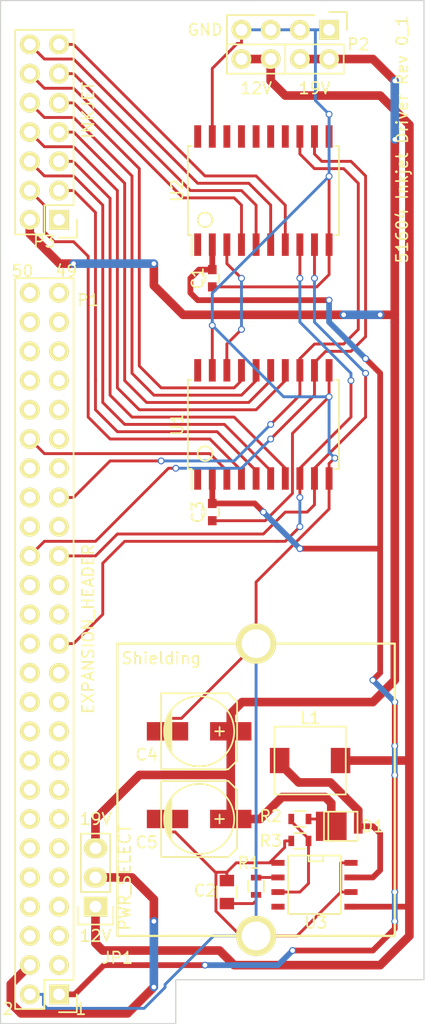
<source format=kicad_pcb>
(kicad_pcb (version 20171130) (host pcbnew "(5.1.12)-1")

  (general
    (thickness 1.6)
    (drawings 30)
    (tracks 399)
    (zones 0)
    (modules 19)
    (nets 81)
  )

  (page A4)
  (layers
    (0 F.Cu signal)
    (31 B.Cu signal)
    (32 B.Adhes user hide)
    (33 F.Adhes user hide)
    (34 B.Paste user)
    (35 F.Paste user)
    (36 B.SilkS user)
    (37 F.SilkS user)
    (38 B.Mask user)
    (39 F.Mask user)
    (40 Dwgs.User user)
    (41 Cmts.User user)
    (42 Eco1.User user)
    (43 Eco2.User user)
    (44 Edge.Cuts user)
    (45 Margin user)
    (46 B.CrtYd user)
    (47 F.CrtYd user)
    (48 B.Fab user)
    (49 F.Fab user)
  )

  (setup
    (last_trace_width 0.25)
    (user_trace_width 0.5)
    (user_trace_width 0.75)
    (trace_clearance 0.2)
    (zone_clearance 0.508)
    (zone_45_only no)
    (trace_min 0.2)
    (via_size 0.6)
    (via_drill 0.4)
    (via_min_size 0.4)
    (via_min_drill 0.3)
    (uvia_size 0.3)
    (uvia_drill 0.1)
    (uvias_allowed no)
    (uvia_min_size 0.2)
    (uvia_min_drill 0.1)
    (edge_width 0.1)
    (segment_width 0.15)
    (pcb_text_width 0.3)
    (pcb_text_size 1.5 1.5)
    (mod_edge_width 0.15)
    (mod_text_size 1 1)
    (mod_text_width 0.15)
    (pad_size 3.5 3.5)
    (pad_drill 2.49936)
    (pad_to_mask_clearance 0)
    (aux_axis_origin 0 0)
    (visible_elements 7FFFFFFF)
    (pcbplotparams
      (layerselection 0x010f0_80000001)
      (usegerberextensions false)
      (usegerberattributes true)
      (usegerberadvancedattributes true)
      (creategerberjobfile true)
      (excludeedgelayer true)
      (linewidth 0.100000)
      (plotframeref false)
      (viasonmask false)
      (mode 1)
      (useauxorigin false)
      (hpglpennumber 1)
      (hpglpenspeed 20)
      (hpglpendiameter 15.000000)
      (psnegative false)
      (psa4output false)
      (plotreference true)
      (plotvalue true)
      (plotinvisibletext false)
      (padsonsilk false)
      (subtractmaskfromsilk false)
      (outputformat 1)
      (mirror false)
      (drillshape 0)
      (scaleselection 1)
      (outputdirectory "Gerbers/"))
  )

  (net 0 "")
  (net 1 GND)
  (net 2 19V)
  (net 3 "Net-(P3-Pad1)")
  (net 4 "Net-(P3-Pad3)")
  (net 5 "Net-(P3-Pad4)")
  (net 6 "Net-(P3-Pad5)")
  (net 7 "Net-(P3-Pad6)")
  (net 8 "Net-(P3-Pad7)")
  (net 9 "Net-(P3-Pad8)")
  (net 10 "Net-(P3-Pad9)")
  (net 11 "Net-(P3-Pad10)")
  (net 12 "Net-(P3-Pad11)")
  (net 13 "Net-(P3-Pad12)")
  (net 14 "Net-(P3-Pad13)")
  (net 15 "Net-(P3-Pad14)")
  (net 16 "Net-(U1-Pad1)")
  (net 17 "Net-(U1-Pad18)")
  (net 18 "Net-(U1-Pad20)")
  (net 19 "Net-(U2-Pad1)")
  (net 20 "Net-(U2-Pad14)")
  (net 21 "Net-(U2-Pad15)")
  (net 22 "Net-(U2-Pad16)")
  (net 23 "Net-(U2-Pad17)")
  (net 24 "Net-(U2-Pad18)")
  (net 25 "Net-(U2-Pad20)")
  (net 26 +5V)
  (net 27 "Net-(C2-Pad1)")
  (net 28 "Net-(D1-Pad2)")
  (net 29 +12V)
  (net 30 "Net-(JP1-Pad2)")
  (net 31 "Net-(R1-Pad1)")
  (net 32 "Net-(R2-Pad2)")
  (net 33 "Net-(P1-Pad40)")
  (net 34 "Net-(P1-Pad25)")
  (net 35 "Net-(P1-Pad31)")
  (net 36 "Net-(P1-Pad32)")
  (net 37 "Net-(P1-Pad35)")
  (net 38 "Net-(U3-Pad4)")
  (net 39 "Net-(P1-Pad3)")
  (net 40 "Net-(P1-Pad5)")
  (net 41 "Net-(P1-Pad6)")
  (net 42 "Net-(P1-Pad7)")
  (net 43 "Net-(P1-Pad8)")
  (net 44 "Net-(P1-Pad9)")
  (net 45 "Net-(P1-Pad10)")
  (net 46 "Net-(P1-Pad11)")
  (net 47 "Net-(P1-Pad12)")
  (net 48 "Net-(P1-Pad13)")
  (net 49 "Net-(P1-Pad14)")
  (net 50 "Net-(P1-Pad15)")
  (net 51 "Net-(P1-Pad16)")
  (net 52 "Net-(P1-Pad17)")
  (net 53 "Net-(P1-Pad18)")
  (net 54 "Net-(P1-Pad19)")
  (net 55 "Net-(P1-Pad20)")
  (net 56 "Net-(P1-Pad21)")
  (net 57 "Net-(P1-Pad22)")
  (net 58 "Net-(P1-Pad23)")
  (net 59 "Net-(P1-Pad24)")
  (net 60 "Net-(P1-Pad26)")
  (net 61 "Net-(P1-Pad27)")
  (net 62 "Net-(P1-Pad28)")
  (net 63 "Net-(P1-Pad29)")
  (net 64 "Net-(P1-Pad30)")
  (net 65 "Net-(P1-Pad33)")
  (net 66 "Net-(P1-Pad34)")
  (net 67 "Net-(P1-Pad36)")
  (net 68 "Net-(P1-Pad37)")
  (net 69 "Net-(P1-Pad38)")
  (net 70 "Net-(P1-Pad39)")
  (net 71 "Net-(P1-Pad41)")
  (net 72 "Net-(P1-Pad42)")
  (net 73 "Net-(P1-Pad43)")
  (net 74 "Net-(P1-Pad44)")
  (net 75 "Net-(P1-Pad45)")
  (net 76 "Net-(P1-Pad46)")
  (net 77 "Net-(P1-Pad47)")
  (net 78 "Net-(P1-Pad48)")
  (net 79 "Net-(P1-Pad49)")
  (net 80 "Net-(P1-Pad50)")

  (net_class Default "This is the default net class."
    (clearance 0.2)
    (trace_width 0.25)
    (via_dia 0.6)
    (via_drill 0.4)
    (uvia_dia 0.3)
    (uvia_drill 0.1)
    (add_net +12V)
    (add_net +5V)
    (add_net 19V)
    (add_net GND)
    (add_net "Net-(C2-Pad1)")
    (add_net "Net-(D1-Pad2)")
    (add_net "Net-(JP1-Pad2)")
    (add_net "Net-(P1-Pad10)")
    (add_net "Net-(P1-Pad11)")
    (add_net "Net-(P1-Pad12)")
    (add_net "Net-(P1-Pad13)")
    (add_net "Net-(P1-Pad14)")
    (add_net "Net-(P1-Pad15)")
    (add_net "Net-(P1-Pad16)")
    (add_net "Net-(P1-Pad17)")
    (add_net "Net-(P1-Pad18)")
    (add_net "Net-(P1-Pad19)")
    (add_net "Net-(P1-Pad20)")
    (add_net "Net-(P1-Pad21)")
    (add_net "Net-(P1-Pad22)")
    (add_net "Net-(P1-Pad23)")
    (add_net "Net-(P1-Pad24)")
    (add_net "Net-(P1-Pad25)")
    (add_net "Net-(P1-Pad26)")
    (add_net "Net-(P1-Pad27)")
    (add_net "Net-(P1-Pad28)")
    (add_net "Net-(P1-Pad29)")
    (add_net "Net-(P1-Pad3)")
    (add_net "Net-(P1-Pad30)")
    (add_net "Net-(P1-Pad31)")
    (add_net "Net-(P1-Pad32)")
    (add_net "Net-(P1-Pad33)")
    (add_net "Net-(P1-Pad34)")
    (add_net "Net-(P1-Pad35)")
    (add_net "Net-(P1-Pad36)")
    (add_net "Net-(P1-Pad37)")
    (add_net "Net-(P1-Pad38)")
    (add_net "Net-(P1-Pad39)")
    (add_net "Net-(P1-Pad40)")
    (add_net "Net-(P1-Pad41)")
    (add_net "Net-(P1-Pad42)")
    (add_net "Net-(P1-Pad43)")
    (add_net "Net-(P1-Pad44)")
    (add_net "Net-(P1-Pad45)")
    (add_net "Net-(P1-Pad46)")
    (add_net "Net-(P1-Pad47)")
    (add_net "Net-(P1-Pad48)")
    (add_net "Net-(P1-Pad49)")
    (add_net "Net-(P1-Pad5)")
    (add_net "Net-(P1-Pad50)")
    (add_net "Net-(P1-Pad6)")
    (add_net "Net-(P1-Pad7)")
    (add_net "Net-(P1-Pad8)")
    (add_net "Net-(P1-Pad9)")
    (add_net "Net-(P3-Pad1)")
    (add_net "Net-(P3-Pad10)")
    (add_net "Net-(P3-Pad11)")
    (add_net "Net-(P3-Pad12)")
    (add_net "Net-(P3-Pad13)")
    (add_net "Net-(P3-Pad14)")
    (add_net "Net-(P3-Pad3)")
    (add_net "Net-(P3-Pad4)")
    (add_net "Net-(P3-Pad5)")
    (add_net "Net-(P3-Pad6)")
    (add_net "Net-(P3-Pad7)")
    (add_net "Net-(P3-Pad8)")
    (add_net "Net-(P3-Pad9)")
    (add_net "Net-(R1-Pad1)")
    (add_net "Net-(R2-Pad2)")
    (add_net "Net-(U1-Pad1)")
    (add_net "Net-(U1-Pad18)")
    (add_net "Net-(U1-Pad20)")
    (add_net "Net-(U2-Pad1)")
    (add_net "Net-(U2-Pad14)")
    (add_net "Net-(U2-Pad15)")
    (add_net "Net-(U2-Pad16)")
    (add_net "Net-(U2-Pad17)")
    (add_net "Net-(U2-Pad18)")
    (add_net "Net-(U2-Pad20)")
    (add_net "Net-(U3-Pad4)")
  )

  (module Housings_SOIC:SOIC-20_7.5x12.8mm_Pitch1.27mm (layer F.Cu) (tedit 55A3B98E) (tstamp 559E5D13)
    (at 121.92 64.77 90)
    (descr "20-Lead Plastic Small Outline (SO) - Wide, 7.50 mm Body [SOIC] (see Microchip Packaging Specification 00000049BS.pdf)")
    (tags "SOIC 1.27")
    (path /559CF38A)
    (attr smd)
    (fp_text reference U1 (at 0 -7.5 90) (layer F.SilkS)
      (effects (font (size 1 1) (thickness 0.15)))
    )
    (fp_text value 6B595 (at 0 7.5 90) (layer F.Fab)
      (effects (font (size 1 1) (thickness 0.15)))
    )
    (fp_line (start -3.875 -6.24) (end -5.675 -6.24) (layer F.SilkS) (width 0.15))
    (fp_line (start -3.875 6.575) (end 3.875 6.575) (layer F.SilkS) (width 0.15))
    (fp_line (start -3.875 -6.575) (end 3.875 -6.575) (layer F.SilkS) (width 0.15))
    (fp_line (start -3.875 6.575) (end -3.875 6.24) (layer F.SilkS) (width 0.15))
    (fp_line (start 3.875 6.575) (end 3.875 6.24) (layer F.SilkS) (width 0.15))
    (fp_line (start 3.875 -6.575) (end 3.875 -6.24) (layer F.SilkS) (width 0.15))
    (fp_line (start -3.875 -6.575) (end -3.875 -6.24) (layer F.SilkS) (width 0.15))
    (fp_line (start -5.95 6.75) (end 5.95 6.75) (layer F.CrtYd) (width 0.05))
    (fp_line (start -5.95 -6.75) (end 5.95 -6.75) (layer F.CrtYd) (width 0.05))
    (fp_line (start 5.95 -6.75) (end 5.95 6.75) (layer F.CrtYd) (width 0.05))
    (fp_line (start -5.95 -6.75) (end -5.95 6.75) (layer F.CrtYd) (width 0.05))
    (pad 1 smd rect (at -4.7 -5.715 90) (size 1.95 0.6) (layers F.Cu F.Paste F.Mask)
      (net 16 "Net-(U1-Pad1)"))
    (pad 2 smd rect (at -4.7 -4.445 90) (size 1.95 0.6) (layers F.Cu F.Paste F.Mask)
      (net 26 +5V))
    (pad 3 smd rect (at -4.7 -3.175 90) (size 1.95 0.6) (layers F.Cu F.Paste F.Mask)
      (net 33 "Net-(P1-Pad40)"))
    (pad 4 smd rect (at -4.7 -1.905 90) (size 1.95 0.6) (layers F.Cu F.Paste F.Mask)
      (net 5 "Net-(P3-Pad4)"))
    (pad 5 smd rect (at -4.7 -0.635 90) (size 1.95 0.6) (layers F.Cu F.Paste F.Mask)
      (net 4 "Net-(P3-Pad3)"))
    (pad 6 smd rect (at -4.7 0.635 90) (size 1.95 0.6) (layers F.Cu F.Paste F.Mask)
      (net 7 "Net-(P3-Pad6)"))
    (pad 7 smd rect (at -4.7 1.905 90) (size 1.95 0.6) (layers F.Cu F.Paste F.Mask)
      (net 6 "Net-(P3-Pad5)"))
    (pad 8 smd rect (at -4.7 3.175 90) (size 1.95 0.6) (layers F.Cu F.Paste F.Mask)
      (net 34 "Net-(P1-Pad25)"))
    (pad 9 smd rect (at -4.7 4.445 90) (size 1.95 0.6) (layers F.Cu F.Paste F.Mask)
      (net 35 "Net-(P1-Pad31)"))
    (pad 10 smd rect (at -4.7 5.715 90) (size 1.95 0.6) (layers F.Cu F.Paste F.Mask)
      (net 1 GND))
    (pad 11 smd rect (at 4.7 5.715 90) (size 1.95 0.6) (layers F.Cu F.Paste F.Mask)
      (net 1 GND))
    (pad 12 smd rect (at 4.7 4.445 90) (size 1.95 0.6) (layers F.Cu F.Paste F.Mask)
      (net 36 "Net-(P1-Pad32)"))
    (pad 13 smd rect (at 4.7 3.175 90) (size 1.95 0.6) (layers F.Cu F.Paste F.Mask)
      (net 37 "Net-(P1-Pad35)"))
    (pad 14 smd rect (at 4.7 1.905 90) (size 1.95 0.6) (layers F.Cu F.Paste F.Mask)
      (net 9 "Net-(P3-Pad8)"))
    (pad 15 smd rect (at 4.7 0.635 90) (size 1.95 0.6) (layers F.Cu F.Paste F.Mask)
      (net 8 "Net-(P3-Pad7)"))
    (pad 16 smd rect (at 4.7 -0.635 90) (size 1.95 0.6) (layers F.Cu F.Paste F.Mask)
      (net 11 "Net-(P3-Pad10)"))
    (pad 17 smd rect (at 4.7 -1.905 90) (size 1.95 0.6) (layers F.Cu F.Paste F.Mask)
      (net 10 "Net-(P3-Pad9)"))
    (pad 18 smd rect (at 4.7 -3.175 90) (size 1.95 0.6) (layers F.Cu F.Paste F.Mask)
      (net 17 "Net-(U1-Pad18)"))
    (pad 19 smd rect (at 4.7 -4.445 90) (size 1.95 0.6) (layers F.Cu F.Paste F.Mask)
      (net 1 GND))
    (pad 20 smd rect (at 4.7 -5.715 90) (size 1.95 0.6) (layers F.Cu F.Paste F.Mask)
      (net 18 "Net-(U1-Pad20)"))
    (model Housings_SOIC.3dshapes/SOIC-20_7.5x12.8mm_Pitch1.27mm.wrl
      (at (xyz 0 0 0))
      (scale (xyz 1 1 1))
      (rotate (xyz 0 0 0))
    )
  )

  (module Housings_SOIC:SOIC-20_7.5x12.8mm_Pitch1.27mm (layer F.Cu) (tedit 55A3B989) (tstamp 559E5D2B)
    (at 121.92 44.45 90)
    (descr "20-Lead Plastic Small Outline (SO) - Wide, 7.50 mm Body [SOIC] (see Microchip Packaging Specification 00000049BS.pdf)")
    (tags "SOIC 1.27")
    (path /559CF3EE)
    (attr smd)
    (fp_text reference U2 (at 0 -7.5 90) (layer F.SilkS)
      (effects (font (size 1 1) (thickness 0.15)))
    )
    (fp_text value 6B595 (at 0 7.5 90) (layer F.Fab)
      (effects (font (size 1 1) (thickness 0.15)))
    )
    (fp_line (start -3.875 -6.24) (end -5.675 -6.24) (layer F.SilkS) (width 0.15))
    (fp_line (start -3.875 6.575) (end 3.875 6.575) (layer F.SilkS) (width 0.15))
    (fp_line (start -3.875 -6.575) (end 3.875 -6.575) (layer F.SilkS) (width 0.15))
    (fp_line (start -3.875 6.575) (end -3.875 6.24) (layer F.SilkS) (width 0.15))
    (fp_line (start 3.875 6.575) (end 3.875 6.24) (layer F.SilkS) (width 0.15))
    (fp_line (start 3.875 -6.575) (end 3.875 -6.24) (layer F.SilkS) (width 0.15))
    (fp_line (start -3.875 -6.575) (end -3.875 -6.24) (layer F.SilkS) (width 0.15))
    (fp_line (start -5.95 6.75) (end 5.95 6.75) (layer F.CrtYd) (width 0.05))
    (fp_line (start -5.95 -6.75) (end 5.95 -6.75) (layer F.CrtYd) (width 0.05))
    (fp_line (start 5.95 -6.75) (end 5.95 6.75) (layer F.CrtYd) (width 0.05))
    (fp_line (start -5.95 -6.75) (end -5.95 6.75) (layer F.CrtYd) (width 0.05))
    (pad 1 smd rect (at -4.7 -5.715 90) (size 1.95 0.6) (layers F.Cu F.Paste F.Mask)
      (net 19 "Net-(U2-Pad1)"))
    (pad 2 smd rect (at -4.7 -4.445 90) (size 1.95 0.6) (layers F.Cu F.Paste F.Mask)
      (net 26 +5V))
    (pad 3 smd rect (at -4.7 -3.175 90) (size 1.95 0.6) (layers F.Cu F.Paste F.Mask)
      (net 17 "Net-(U1-Pad18)"))
    (pad 4 smd rect (at -4.7 -1.905 90) (size 1.95 0.6) (layers F.Cu F.Paste F.Mask)
      (net 13 "Net-(P3-Pad12)"))
    (pad 5 smd rect (at -4.7 -0.635 90) (size 1.95 0.6) (layers F.Cu F.Paste F.Mask)
      (net 12 "Net-(P3-Pad11)"))
    (pad 6 smd rect (at -4.7 0.635 90) (size 1.95 0.6) (layers F.Cu F.Paste F.Mask)
      (net 15 "Net-(P3-Pad14)"))
    (pad 7 smd rect (at -4.7 1.905 90) (size 1.95 0.6) (layers F.Cu F.Paste F.Mask)
      (net 14 "Net-(P3-Pad13)"))
    (pad 8 smd rect (at -4.7 3.175 90) (size 1.95 0.6) (layers F.Cu F.Paste F.Mask)
      (net 34 "Net-(P1-Pad25)"))
    (pad 9 smd rect (at -4.7 4.445 90) (size 1.95 0.6) (layers F.Cu F.Paste F.Mask)
      (net 35 "Net-(P1-Pad31)"))
    (pad 10 smd rect (at -4.7 5.715 90) (size 1.95 0.6) (layers F.Cu F.Paste F.Mask)
      (net 1 GND))
    (pad 11 smd rect (at 4.7 5.715 90) (size 1.95 0.6) (layers F.Cu F.Paste F.Mask)
      (net 1 GND))
    (pad 12 smd rect (at 4.7 4.445 90) (size 1.95 0.6) (layers F.Cu F.Paste F.Mask)
      (net 36 "Net-(P1-Pad32)"))
    (pad 13 smd rect (at 4.7 3.175 90) (size 1.95 0.6) (layers F.Cu F.Paste F.Mask)
      (net 37 "Net-(P1-Pad35)"))
    (pad 14 smd rect (at 4.7 1.905 90) (size 1.95 0.6) (layers F.Cu F.Paste F.Mask)
      (net 20 "Net-(U2-Pad14)"))
    (pad 15 smd rect (at 4.7 0.635 90) (size 1.95 0.6) (layers F.Cu F.Paste F.Mask)
      (net 21 "Net-(U2-Pad15)"))
    (pad 16 smd rect (at 4.7 -0.635 90) (size 1.95 0.6) (layers F.Cu F.Paste F.Mask)
      (net 22 "Net-(U2-Pad16)"))
    (pad 17 smd rect (at 4.7 -1.905 90) (size 1.95 0.6) (layers F.Cu F.Paste F.Mask)
      (net 23 "Net-(U2-Pad17)"))
    (pad 18 smd rect (at 4.7 -3.175 90) (size 1.95 0.6) (layers F.Cu F.Paste F.Mask)
      (net 24 "Net-(U2-Pad18)"))
    (pad 19 smd rect (at 4.7 -4.445 90) (size 1.95 0.6) (layers F.Cu F.Paste F.Mask)
      (net 1 GND))
    (pad 20 smd rect (at 4.7 -5.715 90) (size 1.95 0.6) (layers F.Cu F.Paste F.Mask)
      (net 25 "Net-(U2-Pad20)"))
    (model Housings_SOIC.3dshapes/SOIC-20_7.5x12.8mm_Pitch1.27mm.wrl
      (at (xyz 0 0 0))
      (scale (xyz 1 1 1))
      (rotate (xyz 0 0 0))
    )
  )

  (module Wire_Pads:SolderWirePad_single_2-5mmDrill (layer F.Cu) (tedit 55A3A79D) (tstamp 55A380CE)
    (at 121.285 83.82)
    (fp_text reference SM1 (at 0 2.54) (layer F.Fab)
      (effects (font (size 1 1) (thickness 0.15)))
    )
    (fp_text value Shielding (at -8.255 1.27) (layer F.SilkS)
      (effects (font (size 1 1) (thickness 0.15)))
    )
    (pad 1 thru_hole circle (at 0 0) (size 3.5 3.5) (drill 2.49936) (layers *.Cu *.Mask F.SilkS)
      (net 1 GND))
  )

  (module Capacitors_SMD:C_0603 (layer F.Cu) (tedit 5415D631) (tstamp 559E5C71)
    (at 117.475 52.07 270)
    (descr "Capacitor SMD 0603, reflow soldering, AVX (see smccp.pdf)")
    (tags "capacitor 0603")
    (path /559CFD31)
    (attr smd)
    (fp_text reference C1 (at 0 1.27 270) (layer F.SilkS)
      (effects (font (size 1 1) (thickness 0.15)))
    )
    (fp_text value 0.1uF (at 0 1.9 270) (layer F.Fab)
      (effects (font (size 1 1) (thickness 0.15)))
    )
    (fp_line (start 0.35 0.6) (end -0.35 0.6) (layer F.SilkS) (width 0.15))
    (fp_line (start -0.35 -0.6) (end 0.35 -0.6) (layer F.SilkS) (width 0.15))
    (fp_line (start 1.45 -0.75) (end 1.45 0.75) (layer F.CrtYd) (width 0.05))
    (fp_line (start -1.45 -0.75) (end -1.45 0.75) (layer F.CrtYd) (width 0.05))
    (fp_line (start -1.45 0.75) (end 1.45 0.75) (layer F.CrtYd) (width 0.05))
    (fp_line (start -1.45 -0.75) (end 1.45 -0.75) (layer F.CrtYd) (width 0.05))
    (pad 1 smd rect (at -0.75 0 270) (size 0.8 0.75) (layers F.Cu F.Paste F.Mask)
      (net 26 +5V))
    (pad 2 smd rect (at 0.75 0 270) (size 0.8 0.75) (layers F.Cu F.Paste F.Mask)
      (net 1 GND))
    (model Capacitors_SMD.3dshapes/C_0603.wrl
      (at (xyz 0 0 0))
      (scale (xyz 1 1 1))
      (rotate (xyz 0 0 0))
    )
  )

  (module Capacitors_SMD:C_0603 (layer F.Cu) (tedit 5415D631) (tstamp 559E5C7D)
    (at 117.475 72.39 270)
    (descr "Capacitor SMD 0603, reflow soldering, AVX (see smccp.pdf)")
    (tags "capacitor 0603")
    (path /559D1954)
    (attr smd)
    (fp_text reference C3 (at 0 1.27 90) (layer F.SilkS)
      (effects (font (size 1 1) (thickness 0.15)))
    )
    (fp_text value 0.1uF (at 0 1.9 270) (layer F.Fab)
      (effects (font (size 1 1) (thickness 0.15)))
    )
    (fp_line (start 0.35 0.6) (end -0.35 0.6) (layer F.SilkS) (width 0.15))
    (fp_line (start -0.35 -0.6) (end 0.35 -0.6) (layer F.SilkS) (width 0.15))
    (fp_line (start 1.45 -0.75) (end 1.45 0.75) (layer F.CrtYd) (width 0.05))
    (fp_line (start -1.45 -0.75) (end -1.45 0.75) (layer F.CrtYd) (width 0.05))
    (fp_line (start -1.45 0.75) (end 1.45 0.75) (layer F.CrtYd) (width 0.05))
    (fp_line (start -1.45 -0.75) (end 1.45 -0.75) (layer F.CrtYd) (width 0.05))
    (pad 1 smd rect (at -0.75 0 270) (size 0.8 0.75) (layers F.Cu F.Paste F.Mask)
      (net 26 +5V))
    (pad 2 smd rect (at 0.75 0 270) (size 0.8 0.75) (layers F.Cu F.Paste F.Mask)
      (net 1 GND))
    (model Capacitors_SMD.3dshapes/C_0603.wrl
      (at (xyz 0 0 0))
      (scale (xyz 1 1 1))
      (rotate (xyz 0 0 0))
    )
  )

  (module InkJetPart:CLF6045_Inductor (layer F.Cu) (tedit 0) (tstamp 559E5C95)
    (at 125.984 93.98 180)
    (path /559E451D)
    (fp_text reference L1 (at 0 3.683) (layer F.SilkS)
      (effects (font (size 1 1) (thickness 0.15)))
    )
    (fp_text value 220uH (at -1.27 3.81 180) (layer F.Fab)
      (effects (font (size 1 1) (thickness 0.15)))
    )
    (fp_line (start -3.1 2.95) (end -3.1 -2.95) (layer F.SilkS) (width 0.15))
    (fp_line (start -3.1 -2.95) (end 3.1 -2.95) (layer F.SilkS) (width 0.15))
    (fp_line (start 3.1 -2.95) (end 3.1 2.95) (layer F.SilkS) (width 0.15))
    (fp_line (start -3.1 2.95) (end 3.1 2.95) (layer F.SilkS) (width 0.15))
    (pad 1 smd rect (at -2.65 0 180) (size 1.7 2.2) (layers F.Cu F.Paste F.Mask)
      (net 29 +12V))
    (pad 2 smd rect (at 2.65 0 180) (size 1.7 2.2) (layers F.Cu F.Paste F.Mask)
      (net 28 "Net-(D1-Pad2)"))
  )

  (module Pin_Headers:Pin_Header_Straight_2x07 (layer F.Cu) (tedit 55A3A736) (tstamp 559E5CE9)
    (at 104.14 46.99 180)
    (descr "Through hole pin header")
    (tags "pin header")
    (path /559CF69E)
    (fp_text reference P3 (at 1.27 -1.905 180) (layer F.SilkS)
      (effects (font (size 1 1) (thickness 0.15)))
    )
    (fp_text value INKJET (at -2.54 9.525 270) (layer F.SilkS)
      (effects (font (size 1 1) (thickness 0.15)))
    )
    (fp_line (start -1.55 -1.55) (end -1.55 0) (layer F.SilkS) (width 0.15))
    (fp_line (start 1.27 1.27) (end -1.27 1.27) (layer F.SilkS) (width 0.15))
    (fp_line (start 1.27 -1.27) (end 1.27 1.27) (layer F.SilkS) (width 0.15))
    (fp_line (start 0 -1.55) (end -1.55 -1.55) (layer F.SilkS) (width 0.15))
    (fp_line (start 3.81 -1.27) (end 1.27 -1.27) (layer F.SilkS) (width 0.15))
    (fp_line (start 3.81 16.51) (end -1.27 16.51) (layer F.SilkS) (width 0.15))
    (fp_line (start -1.27 1.27) (end -1.27 16.51) (layer F.SilkS) (width 0.15))
    (fp_line (start 3.81 16.51) (end 3.81 -1.27) (layer F.SilkS) (width 0.15))
    (fp_line (start -1.75 17) (end 4.3 17) (layer F.CrtYd) (width 0.05))
    (fp_line (start -1.75 -1.75) (end 4.3 -1.75) (layer F.CrtYd) (width 0.05))
    (fp_line (start 4.3 -1.75) (end 4.3 17) (layer F.CrtYd) (width 0.05))
    (fp_line (start -1.75 -1.75) (end -1.75 17) (layer F.CrtYd) (width 0.05))
    (pad 1 thru_hole rect (at 0 0 180) (size 1.7272 1.7272) (drill 1.016) (layers *.Cu *.Mask F.SilkS)
      (net 3 "Net-(P3-Pad1)"))
    (pad 2 thru_hole oval (at 2.54 0 180) (size 1.7272 1.7272) (drill 1.016) (layers *.Cu *.Mask F.SilkS)
      (net 2 19V))
    (pad 3 thru_hole oval (at 0 2.54 180) (size 1.7272 1.7272) (drill 1.016) (layers *.Cu *.Mask F.SilkS)
      (net 4 "Net-(P3-Pad3)"))
    (pad 4 thru_hole oval (at 2.54 2.54 180) (size 1.7272 1.7272) (drill 1.016) (layers *.Cu *.Mask F.SilkS)
      (net 5 "Net-(P3-Pad4)"))
    (pad 5 thru_hole oval (at 0 5.08 180) (size 1.7272 1.7272) (drill 1.016) (layers *.Cu *.Mask F.SilkS)
      (net 6 "Net-(P3-Pad5)"))
    (pad 6 thru_hole oval (at 2.54 5.08 180) (size 1.7272 1.7272) (drill 1.016) (layers *.Cu *.Mask F.SilkS)
      (net 7 "Net-(P3-Pad6)"))
    (pad 7 thru_hole oval (at 0 7.62 180) (size 1.7272 1.7272) (drill 1.016) (layers *.Cu *.Mask F.SilkS)
      (net 8 "Net-(P3-Pad7)"))
    (pad 8 thru_hole oval (at 2.54 7.62 180) (size 1.7272 1.7272) (drill 1.016) (layers *.Cu *.Mask F.SilkS)
      (net 9 "Net-(P3-Pad8)"))
    (pad 9 thru_hole oval (at 0 10.16 180) (size 1.7272 1.7272) (drill 1.016) (layers *.Cu *.Mask F.SilkS)
      (net 10 "Net-(P3-Pad9)"))
    (pad 10 thru_hole oval (at 2.54 10.16 180) (size 1.7272 1.7272) (drill 1.016) (layers *.Cu *.Mask F.SilkS)
      (net 11 "Net-(P3-Pad10)"))
    (pad 11 thru_hole oval (at 0 12.7 180) (size 1.7272 1.7272) (drill 1.016) (layers *.Cu *.Mask F.SilkS)
      (net 12 "Net-(P3-Pad11)"))
    (pad 12 thru_hole oval (at 2.54 12.7 180) (size 1.7272 1.7272) (drill 1.016) (layers *.Cu *.Mask F.SilkS)
      (net 13 "Net-(P3-Pad12)"))
    (pad 13 thru_hole oval (at 0 15.24 180) (size 1.7272 1.7272) (drill 1.016) (layers *.Cu *.Mask F.SilkS)
      (net 14 "Net-(P3-Pad13)"))
    (pad 14 thru_hole oval (at 2.54 15.24 180) (size 1.7272 1.7272) (drill 1.016) (layers *.Cu *.Mask F.SilkS)
      (net 15 "Net-(P3-Pad14)"))
    (model Pin_Headers.3dshapes/Pin_Header_Straight_2x07.wrl
      (offset (xyz 1.269999980926514 -7.619999885559082 0))
      (scale (xyz 1 1 1))
      (rotate (xyz 0 0 90))
    )
  )

  (module Resistors_SMD:R_0603 (layer F.Cu) (tedit 5415CC62) (tstamp 559E5CEF)
    (at 121.285 104.902 270)
    (descr "Resistor SMD 0603, reflow soldering, Vishay (see dcrcw.pdf)")
    (tags "resistor 0603")
    (path /559E47C2)
    (attr smd)
    (fp_text reference R1 (at -2.032 0.635 180) (layer F.SilkS)
      (effects (font (size 1 1) (thickness 0.15)))
    )
    (fp_text value 1k (at 0 1.27 270) (layer F.Fab)
      (effects (font (size 1 1) (thickness 0.15)))
    )
    (fp_line (start -0.5 -0.675) (end 0.5 -0.675) (layer F.SilkS) (width 0.15))
    (fp_line (start 0.5 0.675) (end -0.5 0.675) (layer F.SilkS) (width 0.15))
    (fp_line (start 1.3 -0.8) (end 1.3 0.8) (layer F.CrtYd) (width 0.05))
    (fp_line (start -1.3 -0.8) (end -1.3 0.8) (layer F.CrtYd) (width 0.05))
    (fp_line (start -1.3 0.8) (end 1.3 0.8) (layer F.CrtYd) (width 0.05))
    (fp_line (start -1.3 -0.8) (end 1.3 -0.8) (layer F.CrtYd) (width 0.05))
    (pad 1 smd rect (at -0.75 0 270) (size 0.5 0.9) (layers F.Cu F.Paste F.Mask)
      (net 31 "Net-(R1-Pad1)"))
    (pad 2 smd rect (at 0.75 0 270) (size 0.5 0.9) (layers F.Cu F.Paste F.Mask)
      (net 27 "Net-(C2-Pad1)"))
    (model Resistors_SMD.3dshapes/R_0603.wrl
      (at (xyz 0 0 0))
      (scale (xyz 1 1 1))
      (rotate (xyz 0 0 0))
    )
  )

  (module Resistors_SMD:R_0603 (layer F.Cu) (tedit 5415CC62) (tstamp 559E5CF5)
    (at 125.095 99.06 180)
    (descr "Resistor SMD 0603, reflow soldering, Vishay (see dcrcw.pdf)")
    (tags "resistor 0603")
    (path /559E4700)
    (attr smd)
    (fp_text reference R2 (at 2.54 0.254) (layer F.SilkS)
      (effects (font (size 1 1) (thickness 0.15)))
    )
    (fp_text value 18.7k (at 0.75 1.27 180) (layer F.Fab)
      (effects (font (size 1 1) (thickness 0.15)))
    )
    (fp_line (start -0.5 -0.675) (end 0.5 -0.675) (layer F.SilkS) (width 0.15))
    (fp_line (start 0.5 0.675) (end -0.5 0.675) (layer F.SilkS) (width 0.15))
    (fp_line (start 1.3 -0.8) (end 1.3 0.8) (layer F.CrtYd) (width 0.05))
    (fp_line (start -1.3 -0.8) (end -1.3 0.8) (layer F.CrtYd) (width 0.05))
    (fp_line (start -1.3 0.8) (end 1.3 0.8) (layer F.CrtYd) (width 0.05))
    (fp_line (start -1.3 -0.8) (end 1.3 -0.8) (layer F.CrtYd) (width 0.05))
    (pad 1 smd rect (at -0.75 0 180) (size 0.5 0.9) (layers F.Cu F.Paste F.Mask)
      (net 2 19V))
    (pad 2 smd rect (at 0.75 0 180) (size 0.5 0.9) (layers F.Cu F.Paste F.Mask)
      (net 32 "Net-(R2-Pad2)"))
    (model Resistors_SMD.3dshapes/R_0603.wrl
      (at (xyz 0 0 0))
      (scale (xyz 1 1 1))
      (rotate (xyz 0 0 0))
    )
  )

  (module Resistors_SMD:R_0603 (layer F.Cu) (tedit 5415CC62) (tstamp 559E5CFB)
    (at 125.095 100.965 180)
    (descr "Resistor SMD 0603, reflow soldering, Vishay (see dcrcw.pdf)")
    (tags "resistor 0603")
    (path /559E4771)
    (attr smd)
    (fp_text reference R3 (at 2.54 0) (layer F.SilkS)
      (effects (font (size 1 1) (thickness 0.15)))
    )
    (fp_text value 1.27k (at 0.635 1.27 180) (layer F.Fab)
      (effects (font (size 1 1) (thickness 0.15)))
    )
    (fp_line (start -0.5 -0.675) (end 0.5 -0.675) (layer F.SilkS) (width 0.15))
    (fp_line (start 0.5 0.675) (end -0.5 0.675) (layer F.SilkS) (width 0.15))
    (fp_line (start 1.3 -0.8) (end 1.3 0.8) (layer F.CrtYd) (width 0.05))
    (fp_line (start -1.3 -0.8) (end -1.3 0.8) (layer F.CrtYd) (width 0.05))
    (fp_line (start -1.3 0.8) (end 1.3 0.8) (layer F.CrtYd) (width 0.05))
    (fp_line (start -1.3 -0.8) (end 1.3 -0.8) (layer F.CrtYd) (width 0.05))
    (pad 1 smd rect (at -0.75 0 180) (size 0.5 0.9) (layers F.Cu F.Paste F.Mask)
      (net 32 "Net-(R2-Pad2)"))
    (pad 2 smd rect (at 0.75 0 180) (size 0.5 0.9) (layers F.Cu F.Paste F.Mask)
      (net 1 GND))
    (model Resistors_SMD.3dshapes/R_0603.wrl
      (at (xyz 0 0 0))
      (scale (xyz 1 1 1))
      (rotate (xyz 0 0 0))
    )
  )

  (module SMD_Packages:SOIC-8-N (layer F.Cu) (tedit 0) (tstamp 559E5D37)
    (at 126.365 104.775 270)
    (descr "Module Narrow CMS SOJ 8 pins large")
    (tags "CMS SOJ")
    (path /559E4356)
    (attr smd)
    (fp_text reference U3 (at 3.302 -0.127 180) (layer F.SilkS)
      (effects (font (size 1 1) (thickness 0.15)))
    )
    (fp_text value LT1072 (at 0 1.27 270) (layer F.Fab)
      (effects (font (size 1 1) (thickness 0.15)))
    )
    (fp_line (start -2.032 0.508) (end -2.54 0.508) (layer F.SilkS) (width 0.15))
    (fp_line (start -2.032 -0.762) (end -2.032 0.508) (layer F.SilkS) (width 0.15))
    (fp_line (start -2.54 -0.762) (end -2.032 -0.762) (layer F.SilkS) (width 0.15))
    (fp_line (start -2.54 2.286) (end -2.54 -2.286) (layer F.SilkS) (width 0.15))
    (fp_line (start 2.54 2.286) (end -2.54 2.286) (layer F.SilkS) (width 0.15))
    (fp_line (start 2.54 -2.286) (end 2.54 2.286) (layer F.SilkS) (width 0.15))
    (fp_line (start -2.54 -2.286) (end 2.54 -2.286) (layer F.SilkS) (width 0.15))
    (pad 8 smd rect (at -1.905 -3.175 270) (size 0.508 1.143) (layers F.Cu F.Paste F.Mask)
      (net 1 GND))
    (pad 7 smd rect (at -0.635 -3.175 270) (size 0.508 1.143) (layers F.Cu F.Paste F.Mask)
      (net 28 "Net-(D1-Pad2)"))
    (pad 6 smd rect (at 0.635 -3.175 270) (size 0.508 1.143) (layers F.Cu F.Paste F.Mask)
      (net 1 GND))
    (pad 5 smd rect (at 1.905 -3.175 270) (size 0.508 1.143) (layers F.Cu F.Paste F.Mask)
      (net 29 +12V))
    (pad 4 smd rect (at 1.905 3.175 270) (size 0.508 1.143) (layers F.Cu F.Paste F.Mask)
      (net 38 "Net-(U3-Pad4)"))
    (pad 3 smd rect (at 0.635 3.175 270) (size 0.508 1.143) (layers F.Cu F.Paste F.Mask)
      (net 32 "Net-(R2-Pad2)"))
    (pad 2 smd rect (at -0.635 3.175 270) (size 0.508 1.143) (layers F.Cu F.Paste F.Mask)
      (net 31 "Net-(R1-Pad1)"))
    (pad 1 smd rect (at -1.905 3.175 270) (size 0.508 1.143) (layers F.Cu F.Paste F.Mask)
      (net 1 GND))
    (model SMD_Packages.3dshapes/SOIC-8-N.wrl
      (at (xyz 0 0 0))
      (scale (xyz 0.5 0.38 0.5))
      (rotate (xyz 0 0 0))
    )
  )

  (module InkJetPart:DO-220_Diode (layer F.Cu) (tedit 0) (tstamp 559E906B)
    (at 127.824 99.695)
    (path /559E45A6)
    (fp_text reference D1 (at 3.621 0 180) (layer F.SilkS)
      (effects (font (size 1 1) (thickness 0.15)))
    )
    (fp_text value SS3P4 (at 6.161 0) (layer F.Fab)
      (effects (font (size 1 1) (thickness 0.15)))
    )
    (fp_line (start -0.635 1.27) (end 1.905 1.27) (layer F.SilkS) (width 0.15))
    (fp_line (start -0.635 -1.27) (end -0.635 1.27) (layer F.SilkS) (width 0.15))
    (fp_line (start -0.635 -1.27) (end 1.905 -1.27) (layer F.SilkS) (width 0.15))
    (fp_line (start 2.286 1.27) (end 1.778 1.27) (layer F.SilkS) (width 0.15))
    (fp_line (start 2.286 -1.27) (end 2.286 1.27) (layer F.SilkS) (width 0.15))
    (fp_line (start 1.778 -1.27) (end 2.286 -1.27) (layer F.SilkS) (width 0.15))
    (fp_line (start -0.254 -1.27) (end -0.254 1.27) (layer F.SilkS) (width 0.15))
    (pad 1 smd rect (at 0 0) (size 2.67 2.54) (layers F.Cu F.Paste F.Mask)
      (net 2 19V))
    (pad 2 smd rect (at 2.351 0) (size 0.762 1.27) (layers F.Cu F.Paste F.Mask)
      (net 28 "Net-(D1-Pad2)"))
  )

  (module Pin_Headers:Pin_Header_Straight_2x25 (layer F.Cu) (tedit 55A3A725) (tstamp 559E92FD)
    (at 104.14 114.3 180)
    (descr "Through hole pin header")
    (tags "pin header")
    (path /559D014F)
    (fp_text reference P1 (at -2.54 60.325 180) (layer F.SilkS)
      (effects (font (size 1 1) (thickness 0.15)))
    )
    (fp_text value EXPANSION_HEADER (at -2.54 31.75 270) (layer F.SilkS)
      (effects (font (size 1 1) (thickness 0.15)))
    )
    (fp_line (start -1.55 -1.55) (end -1.55 0) (layer F.SilkS) (width 0.15))
    (fp_line (start 1.27 1.27) (end -1.27 1.27) (layer F.SilkS) (width 0.15))
    (fp_line (start 1.27 -1.27) (end 1.27 1.27) (layer F.SilkS) (width 0.15))
    (fp_line (start 0 -1.55) (end -1.55 -1.55) (layer F.SilkS) (width 0.15))
    (fp_line (start 3.81 -1.27) (end 1.27 -1.27) (layer F.SilkS) (width 0.15))
    (fp_line (start 3.81 62.23) (end -1.27 62.23) (layer F.SilkS) (width 0.15))
    (fp_line (start 3.81 62.23) (end 3.81 -1.27) (layer F.SilkS) (width 0.15))
    (fp_line (start -1.27 1.27) (end -1.27 62.23) (layer F.SilkS) (width 0.15))
    (fp_line (start -1.75 62.75) (end 4.3 62.75) (layer F.CrtYd) (width 0.05))
    (fp_line (start -1.75 -1.75) (end 4.3 -1.75) (layer F.CrtYd) (width 0.05))
    (fp_line (start 4.3 -1.75) (end 4.3 62.75) (layer F.CrtYd) (width 0.05))
    (fp_line (start -1.75 -1.75) (end -1.75 62.75) (layer F.CrtYd) (width 0.05))
    (pad 1 thru_hole rect (at 0 0 180) (size 1.7272 1.7272) (drill 1.016) (layers *.Cu *.Mask F.SilkS)
      (net 26 +5V))
    (pad 2 thru_hole oval (at 2.54 0 180) (size 1.7272 1.7272) (drill 1.016) (layers *.Cu *.Mask F.SilkS)
      (net 1 GND))
    (pad 3 thru_hole oval (at 0 2.54 180) (size 1.7272 1.7272) (drill 1.016) (layers *.Cu *.Mask F.SilkS)
      (net 39 "Net-(P1-Pad3)"))
    (pad 4 thru_hole oval (at 2.54 2.54 180) (size 1.7272 1.7272) (drill 1.016) (layers *.Cu *.Mask F.SilkS)
      (net 30 "Net-(JP1-Pad2)"))
    (pad 5 thru_hole oval (at 0 5.08 180) (size 1.7272 1.7272) (drill 1.016) (layers *.Cu *.Mask F.SilkS)
      (net 40 "Net-(P1-Pad5)"))
    (pad 6 thru_hole oval (at 2.54 5.08 180) (size 1.7272 1.7272) (drill 1.016) (layers *.Cu *.Mask F.SilkS)
      (net 41 "Net-(P1-Pad6)"))
    (pad 7 thru_hole oval (at 0 7.62 180) (size 1.7272 1.7272) (drill 1.016) (layers *.Cu *.Mask F.SilkS)
      (net 42 "Net-(P1-Pad7)"))
    (pad 8 thru_hole oval (at 2.54 7.62 180) (size 1.7272 1.7272) (drill 1.016) (layers *.Cu *.Mask F.SilkS)
      (net 43 "Net-(P1-Pad8)"))
    (pad 9 thru_hole oval (at 0 10.16 180) (size 1.7272 1.7272) (drill 1.016) (layers *.Cu *.Mask F.SilkS)
      (net 44 "Net-(P1-Pad9)"))
    (pad 10 thru_hole oval (at 2.54 10.16 180) (size 1.7272 1.7272) (drill 1.016) (layers *.Cu *.Mask F.SilkS)
      (net 45 "Net-(P1-Pad10)"))
    (pad 11 thru_hole oval (at 0 12.7 180) (size 1.7272 1.7272) (drill 1.016) (layers *.Cu *.Mask F.SilkS)
      (net 46 "Net-(P1-Pad11)"))
    (pad 12 thru_hole oval (at 2.54 12.7 180) (size 1.7272 1.7272) (drill 1.016) (layers *.Cu *.Mask F.SilkS)
      (net 47 "Net-(P1-Pad12)"))
    (pad 13 thru_hole oval (at 0 15.24 180) (size 1.7272 1.7272) (drill 1.016) (layers *.Cu *.Mask F.SilkS)
      (net 48 "Net-(P1-Pad13)"))
    (pad 14 thru_hole oval (at 2.54 15.24 180) (size 1.7272 1.7272) (drill 1.016) (layers *.Cu *.Mask F.SilkS)
      (net 49 "Net-(P1-Pad14)"))
    (pad 15 thru_hole oval (at 0 17.78 180) (size 1.7272 1.7272) (drill 1.016) (layers *.Cu *.Mask F.SilkS)
      (net 50 "Net-(P1-Pad15)"))
    (pad 16 thru_hole oval (at 2.54 17.78 180) (size 1.7272 1.7272) (drill 1.016) (layers *.Cu *.Mask F.SilkS)
      (net 51 "Net-(P1-Pad16)"))
    (pad 17 thru_hole oval (at 0 20.32 180) (size 1.7272 1.7272) (drill 1.016) (layers *.Cu *.Mask F.SilkS)
      (net 52 "Net-(P1-Pad17)"))
    (pad 18 thru_hole oval (at 2.54 20.32 180) (size 1.7272 1.7272) (drill 1.016) (layers *.Cu *.Mask F.SilkS)
      (net 53 "Net-(P1-Pad18)"))
    (pad 19 thru_hole oval (at 0 22.86 180) (size 1.7272 1.7272) (drill 1.016) (layers *.Cu *.Mask F.SilkS)
      (net 54 "Net-(P1-Pad19)"))
    (pad 20 thru_hole oval (at 2.54 22.86 180) (size 1.7272 1.7272) (drill 1.016) (layers *.Cu *.Mask F.SilkS)
      (net 55 "Net-(P1-Pad20)"))
    (pad 21 thru_hole oval (at 0 25.4 180) (size 1.7272 1.7272) (drill 1.016) (layers *.Cu *.Mask F.SilkS)
      (net 56 "Net-(P1-Pad21)"))
    (pad 22 thru_hole oval (at 2.54 25.4 180) (size 1.7272 1.7272) (drill 1.016) (layers *.Cu *.Mask F.SilkS)
      (net 57 "Net-(P1-Pad22)"))
    (pad 23 thru_hole oval (at 0 27.94 180) (size 1.7272 1.7272) (drill 1.016) (layers *.Cu *.Mask F.SilkS)
      (net 58 "Net-(P1-Pad23)"))
    (pad 24 thru_hole oval (at 2.54 27.94 180) (size 1.7272 1.7272) (drill 1.016) (layers *.Cu *.Mask F.SilkS)
      (net 59 "Net-(P1-Pad24)"))
    (pad 25 thru_hole oval (at 0 30.48 180) (size 1.7272 1.7272) (drill 1.016) (layers *.Cu *.Mask F.SilkS)
      (net 34 "Net-(P1-Pad25)"))
    (pad 26 thru_hole oval (at 2.54 30.48 180) (size 1.7272 1.7272) (drill 1.016) (layers *.Cu *.Mask F.SilkS)
      (net 60 "Net-(P1-Pad26)"))
    (pad 27 thru_hole oval (at 0 33.02 180) (size 1.7272 1.7272) (drill 1.016) (layers *.Cu *.Mask F.SilkS)
      (net 61 "Net-(P1-Pad27)"))
    (pad 28 thru_hole oval (at 2.54 33.02 180) (size 1.7272 1.7272) (drill 1.016) (layers *.Cu *.Mask F.SilkS)
      (net 62 "Net-(P1-Pad28)"))
    (pad 29 thru_hole oval (at 0 35.56 180) (size 1.7272 1.7272) (drill 1.016) (layers *.Cu *.Mask F.SilkS)
      (net 63 "Net-(P1-Pad29)"))
    (pad 30 thru_hole oval (at 2.54 35.56 180) (size 1.7272 1.7272) (drill 1.016) (layers *.Cu *.Mask F.SilkS)
      (net 64 "Net-(P1-Pad30)"))
    (pad 31 thru_hole oval (at 0 38.1 180) (size 1.7272 1.7272) (drill 1.016) (layers *.Cu *.Mask F.SilkS)
      (net 35 "Net-(P1-Pad31)"))
    (pad 32 thru_hole oval (at 2.54 38.1 180) (size 1.7272 1.7272) (drill 1.016) (layers *.Cu *.Mask F.SilkS)
      (net 36 "Net-(P1-Pad32)"))
    (pad 33 thru_hole oval (at 0 40.64 180) (size 1.7272 1.7272) (drill 1.016) (layers *.Cu *.Mask F.SilkS)
      (net 65 "Net-(P1-Pad33)"))
    (pad 34 thru_hole oval (at 2.54 40.64 180) (size 1.7272 1.7272) (drill 1.016) (layers *.Cu *.Mask F.SilkS)
      (net 66 "Net-(P1-Pad34)"))
    (pad 35 thru_hole oval (at 0 43.18 180) (size 1.7272 1.7272) (drill 1.016) (layers *.Cu *.Mask F.SilkS)
      (net 37 "Net-(P1-Pad35)"))
    (pad 36 thru_hole oval (at 2.54 43.18 180) (size 1.7272 1.7272) (drill 1.016) (layers *.Cu *.Mask F.SilkS)
      (net 67 "Net-(P1-Pad36)"))
    (pad 37 thru_hole oval (at 0 45.72 180) (size 1.7272 1.7272) (drill 1.016) (layers *.Cu *.Mask F.SilkS)
      (net 68 "Net-(P1-Pad37)"))
    (pad 38 thru_hole oval (at 2.54 45.72 180) (size 1.7272 1.7272) (drill 1.016) (layers *.Cu *.Mask F.SilkS)
      (net 69 "Net-(P1-Pad38)"))
    (pad 39 thru_hole oval (at 0 48.26 180) (size 1.7272 1.7272) (drill 1.016) (layers *.Cu *.Mask F.SilkS)
      (net 70 "Net-(P1-Pad39)"))
    (pad 40 thru_hole oval (at 2.54 48.26 180) (size 1.7272 1.7272) (drill 1.016) (layers *.Cu *.Mask F.SilkS)
      (net 33 "Net-(P1-Pad40)"))
    (pad 41 thru_hole oval (at 0 50.8 180) (size 1.7272 1.7272) (drill 1.016) (layers *.Cu *.Mask F.SilkS)
      (net 71 "Net-(P1-Pad41)"))
    (pad 42 thru_hole oval (at 2.54 50.8 180) (size 1.7272 1.7272) (drill 1.016) (layers *.Cu *.Mask F.SilkS)
      (net 72 "Net-(P1-Pad42)"))
    (pad 43 thru_hole oval (at 0 53.34 180) (size 1.7272 1.7272) (drill 1.016) (layers *.Cu *.Mask F.SilkS)
      (net 73 "Net-(P1-Pad43)"))
    (pad 44 thru_hole oval (at 2.54 53.34 180) (size 1.7272 1.7272) (drill 1.016) (layers *.Cu *.Mask F.SilkS)
      (net 74 "Net-(P1-Pad44)"))
    (pad 45 thru_hole oval (at 0 55.88 180) (size 1.7272 1.7272) (drill 1.016) (layers *.Cu *.Mask F.SilkS)
      (net 75 "Net-(P1-Pad45)"))
    (pad 46 thru_hole oval (at 2.54 55.88 180) (size 1.7272 1.7272) (drill 1.016) (layers *.Cu *.Mask F.SilkS)
      (net 76 "Net-(P1-Pad46)"))
    (pad 47 thru_hole oval (at 0 58.42 180) (size 1.7272 1.7272) (drill 1.016) (layers *.Cu *.Mask F.SilkS)
      (net 77 "Net-(P1-Pad47)"))
    (pad 48 thru_hole oval (at 2.54 58.42 180) (size 1.7272 1.7272) (drill 1.016) (layers *.Cu *.Mask F.SilkS)
      (net 78 "Net-(P1-Pad48)"))
    (pad 49 thru_hole oval (at 0 60.96 180) (size 1.7272 1.7272) (drill 1.016) (layers *.Cu *.Mask F.SilkS)
      (net 79 "Net-(P1-Pad49)"))
    (pad 50 thru_hole oval (at 2.54 60.96 180) (size 1.7272 1.7272) (drill 1.016) (layers *.Cu *.Mask F.SilkS)
      (net 80 "Net-(P1-Pad50)"))
    (model Pin_Headers.3dshapes/Pin_Header_Straight_2x25.wrl
      (offset (xyz 1.269999980926514 -30.47999954223633 0))
      (scale (xyz 1 1 1))
      (rotate (xyz 0 0 90))
    )
  )

  (module Capacitors_SMD:C_0805 (layer F.Cu) (tedit 5415D6EA) (tstamp 559E973C)
    (at 118.745 105.41 90)
    (descr "Capacitor SMD 0805, reflow soldering, AVX (see smccp.pdf)")
    (tags "capacitor 0805")
    (path /559E4838)
    (attr smd)
    (fp_text reference C2 (at 0.127 -1.905 180) (layer F.SilkS)
      (effects (font (size 1 1) (thickness 0.15)))
    )
    (fp_text value 1uF (at 0 -1.905 90) (layer F.Fab)
      (effects (font (size 1 1) (thickness 0.15)))
    )
    (fp_line (start -0.5 0.85) (end 0.5 0.85) (layer F.SilkS) (width 0.15))
    (fp_line (start 0.5 -0.85) (end -0.5 -0.85) (layer F.SilkS) (width 0.15))
    (fp_line (start 1.8 -1) (end 1.8 1) (layer F.CrtYd) (width 0.05))
    (fp_line (start -1.8 -1) (end -1.8 1) (layer F.CrtYd) (width 0.05))
    (fp_line (start -1.8 1) (end 1.8 1) (layer F.CrtYd) (width 0.05))
    (fp_line (start -1.8 -1) (end 1.8 -1) (layer F.CrtYd) (width 0.05))
    (pad 1 smd rect (at -1 0 90) (size 1 1.25) (layers F.Cu F.Paste F.Mask)
      (net 27 "Net-(C2-Pad1)"))
    (pad 2 smd rect (at 1 0 90) (size 1 1.25) (layers F.Cu F.Paste F.Mask)
      (net 1 GND))
    (model Capacitors_SMD.3dshapes/C_0805.wrl
      (at (xyz 0 0 0))
      (scale (xyz 1 1 1))
      (rotate (xyz 0 0 0))
    )
  )

  (module Capacitors_SMD:c_elec_6.3x7.7 (layer F.Cu) (tedit 0) (tstamp 55A37476)
    (at 116.332 91.44)
    (descr "SMT capacitor, aluminium electrolytic, 6.3x7.7")
    (path /559E5417)
    (fp_text reference C4 (at -4.572 2.032 180) (layer F.SilkS)
      (effects (font (size 1 1) (thickness 0.15)))
    )
    (fp_text value 100uF (at 0 3.81) (layer F.Fab)
      (effects (font (size 1 1) (thickness 0.15)))
    )
    (fp_circle (center 0 0) (end -3.048 0) (layer F.SilkS) (width 0.15))
    (fp_line (start 1.778 -0.381) (end 1.778 0.381) (layer F.SilkS) (width 0.15))
    (fp_line (start 2.159 0) (end 1.397 0) (layer F.SilkS) (width 0.15))
    (fp_line (start 2.54 -3.302) (end -3.302 -3.302) (layer F.SilkS) (width 0.15))
    (fp_line (start 3.302 -2.54) (end 2.54 -3.302) (layer F.SilkS) (width 0.15))
    (fp_line (start 3.302 2.54) (end 3.302 -2.54) (layer F.SilkS) (width 0.15))
    (fp_line (start 2.54 3.302) (end 3.302 2.54) (layer F.SilkS) (width 0.15))
    (fp_line (start -3.302 3.302) (end 2.54 3.302) (layer F.SilkS) (width 0.15))
    (fp_line (start -3.302 -3.302) (end -3.302 3.302) (layer F.SilkS) (width 0.15))
    (fp_line (start -2.413 -1.778) (end -2.413 1.778) (layer F.SilkS) (width 0.15))
    (fp_line (start -2.54 1.651) (end -2.54 -1.651) (layer F.SilkS) (width 0.15))
    (fp_line (start -2.667 -1.397) (end -2.667 1.397) (layer F.SilkS) (width 0.15))
    (fp_line (start -2.794 1.143) (end -2.794 -1.143) (layer F.SilkS) (width 0.15))
    (fp_line (start -2.921 -0.762) (end -2.921 0.762) (layer F.SilkS) (width 0.15))
    (pad 1 smd rect (at 2.75082 0) (size 3.59918 1.6002) (layers F.Cu F.Paste F.Mask)
      (net 2 19V))
    (pad 2 smd rect (at -2.75082 0) (size 3.59918 1.6002) (layers F.Cu F.Paste F.Mask)
      (net 1 GND))
    (model Capacitors_SMD.3dshapes/c_elec_6.3x7.7.wrl
      (at (xyz 0 0 0))
      (scale (xyz 1 1 1))
      (rotate (xyz 0 0 0))
    )
  )

  (module Capacitors_SMD:c_elec_6.3x7.7 (layer F.Cu) (tedit 0) (tstamp 55A3747C)
    (at 116.332 99.06)
    (descr "SMT capacitor, aluminium electrolytic, 6.3x7.7")
    (path /559EA2ED)
    (fp_text reference C5 (at -4.572 2.032 180) (layer F.SilkS)
      (effects (font (size 1 1) (thickness 0.15)))
    )
    (fp_text value 100uF (at 0 3.81) (layer F.Fab)
      (effects (font (size 1 1) (thickness 0.15)))
    )
    (fp_circle (center 0 0) (end -3.048 0) (layer F.SilkS) (width 0.15))
    (fp_line (start 1.778 -0.381) (end 1.778 0.381) (layer F.SilkS) (width 0.15))
    (fp_line (start 2.159 0) (end 1.397 0) (layer F.SilkS) (width 0.15))
    (fp_line (start 2.54 -3.302) (end -3.302 -3.302) (layer F.SilkS) (width 0.15))
    (fp_line (start 3.302 -2.54) (end 2.54 -3.302) (layer F.SilkS) (width 0.15))
    (fp_line (start 3.302 2.54) (end 3.302 -2.54) (layer F.SilkS) (width 0.15))
    (fp_line (start 2.54 3.302) (end 3.302 2.54) (layer F.SilkS) (width 0.15))
    (fp_line (start -3.302 3.302) (end 2.54 3.302) (layer F.SilkS) (width 0.15))
    (fp_line (start -3.302 -3.302) (end -3.302 3.302) (layer F.SilkS) (width 0.15))
    (fp_line (start -2.413 -1.778) (end -2.413 1.778) (layer F.SilkS) (width 0.15))
    (fp_line (start -2.54 1.651) (end -2.54 -1.651) (layer F.SilkS) (width 0.15))
    (fp_line (start -2.667 -1.397) (end -2.667 1.397) (layer F.SilkS) (width 0.15))
    (fp_line (start -2.794 1.143) (end -2.794 -1.143) (layer F.SilkS) (width 0.15))
    (fp_line (start -2.921 -0.762) (end -2.921 0.762) (layer F.SilkS) (width 0.15))
    (pad 1 smd rect (at 2.75082 0) (size 3.59918 1.6002) (layers F.Cu F.Paste F.Mask)
      (net 2 19V))
    (pad 2 smd rect (at -2.75082 0) (size 3.59918 1.6002) (layers F.Cu F.Paste F.Mask)
      (net 1 GND))
    (model Capacitors_SMD.3dshapes/c_elec_6.3x7.7.wrl
      (at (xyz 0 0 0))
      (scale (xyz 1 1 1))
      (rotate (xyz 0 0 0))
    )
  )

  (module Wire_Pads:SolderWirePad_single_2-5mmDrill (layer F.Cu) (tedit 55A3A784) (tstamp 55A3808E)
    (at 121.285 109.22)
    (fp_text reference SM2 (at 0 2.54) (layer F.Fab)
      (effects (font (size 1 1) (thickness 0.15)))
    )
    (fp_text value Shield (at -4.445 0) (layer F.Fab)
      (effects (font (size 1 1) (thickness 0.15)))
    )
    (pad 1 thru_hole circle (at 0 0) (size 3.5 3.5) (drill 2.49936) (layers *.Cu *.Mask F.SilkS)
      (net 1 GND))
  )

  (module InkJetPart:Pin_Header_Straight_2x04_Silk_Change (layer F.Cu) (tedit 55A3A292) (tstamp 559E5CD7)
    (at 127.635 30.48 270)
    (descr "Through hole pin header")
    (tags "pin header")
    (path /559E8443)
    (fp_text reference P2 (at 1.27 -2.54) (layer F.SilkS)
      (effects (font (size 1 1) (thickness 0.15)))
    )
    (fp_text value PWR (at -0.635 -3.175 180) (layer F.Fab)
      (effects (font (size 1 1) (thickness 0.15)))
    )
    (fp_line (start -1.55 -1.55) (end -1.55 0) (layer F.SilkS) (width 0.15))
    (fp_line (start 0 -1.55) (end -1.55 -1.55) (layer F.SilkS) (width 0.15))
    (fp_line (start 3.81 -1.27) (end 1.27 -1.27) (layer F.SilkS) (width 0.15))
    (fp_line (start 3.81 8.89) (end 3.81 -1.27) (layer F.SilkS) (width 0.15))
    (fp_line (start -1.27 8.89) (end 3.81 8.89) (layer F.SilkS) (width 0.15))
    (fp_line (start -1.27 1.27) (end -1.27 8.89) (layer F.SilkS) (width 0.15))
    (fp_line (start -1.75 9.4) (end 4.3 9.4) (layer F.CrtYd) (width 0.05))
    (fp_line (start -1.75 -1.75) (end 4.3 -1.75) (layer F.CrtYd) (width 0.05))
    (fp_line (start 4.3 -1.75) (end 4.3 9.4) (layer F.CrtYd) (width 0.05))
    (fp_line (start -1.75 -1.75) (end -1.75 9.4) (layer F.CrtYd) (width 0.05))
    (pad 1 thru_hole rect (at 0 0 270) (size 1.7272 1.7272) (drill 1.016) (layers *.Cu *.Mask F.SilkS)
      (net 1 GND))
    (pad 2 thru_hole oval (at 2.54 0 270) (size 1.7272 1.7272) (drill 1.016) (layers *.Cu *.Mask F.SilkS)
      (net 2 19V))
    (pad 3 thru_hole oval (at 0 2.54 270) (size 1.7272 1.7272) (drill 1.016) (layers *.Cu *.Mask F.SilkS)
      (net 1 GND))
    (pad 4 thru_hole oval (at 2.54 2.54 270) (size 1.7272 1.7272) (drill 1.016) (layers *.Cu *.Mask F.SilkS)
      (net 2 19V))
    (pad 5 thru_hole oval (at 0 5.08 270) (size 1.7272 1.7272) (drill 1.016) (layers *.Cu *.Mask F.SilkS)
      (net 1 GND))
    (pad 6 thru_hole oval (at 2.54 5.08 270) (size 1.7272 1.7272) (drill 1.016) (layers *.Cu *.Mask F.SilkS)
      (net 29 +12V))
    (pad 7 thru_hole oval (at 0 7.62 270) (size 1.7272 1.7272) (drill 1.016) (layers *.Cu *.Mask F.SilkS)
      (net 1 GND))
    (pad 8 thru_hole oval (at 2.54 7.62 270) (size 1.7272 1.7272) (drill 1.016) (layers *.Cu *.Mask F.SilkS)
      (net 29 +12V))
    (model Pin_Headers.3dshapes/Pin_Header_Straight_2x04.wrl
      (offset (xyz 1.269999980926514 -3.809999942779541 0))
      (scale (xyz 1 1 1))
      (rotate (xyz 0 0 90))
    )
  )

  (module Socket_Strips:Socket_Strip_Straight_1x03 (layer F.Cu) (tedit 55A3DF07) (tstamp 55A3DE6C)
    (at 107.315 106.68 90)
    (descr "Through hole socket strip")
    (tags "socket strip")
    (path /55A3EE6A)
    (fp_text reference JP1 (at -4.445 1.905 180) (layer F.SilkS)
      (effects (font (size 1 1) (thickness 0.15)))
    )
    (fp_text value PWR_SELECT (at 2.54 2.54 90) (layer F.SilkS)
      (effects (font (size 1 1) (thickness 0.15)))
    )
    (fp_line (start 1.27 1.27) (end 1.27 -1.27) (layer F.SilkS) (width 0.15))
    (fp_line (start 6.35 1.27) (end 1.27 1.27) (layer F.SilkS) (width 0.15))
    (fp_line (start 6.35 -1.27) (end 6.35 1.27) (layer F.SilkS) (width 0.15))
    (fp_line (start 1.27 -1.27) (end 6.35 -1.27) (layer F.SilkS) (width 0.15))
    (fp_line (start -1.75 1.75) (end 6.85 1.75) (layer F.CrtYd) (width 0.05))
    (fp_line (start -1.75 -1.75) (end 6.85 -1.75) (layer F.CrtYd) (width 0.05))
    (fp_line (start 6.85 -1.75) (end 6.85 1.75) (layer F.CrtYd) (width 0.05))
    (fp_line (start -1.75 -1.75) (end -1.75 1.75) (layer F.CrtYd) (width 0.05))
    (fp_line (start -1.55 1.55) (end 0 1.55) (layer F.SilkS) (width 0.15))
    (fp_line (start -1.55 -1.55) (end -1.55 1.55) (layer F.SilkS) (width 0.15))
    (fp_line (start 0 -1.55) (end -1.55 -1.55) (layer F.SilkS) (width 0.15))
    (pad 1 thru_hole rect (at 0 0 90) (size 1.7272 2.032) (drill 1.016) (layers *.Cu *.Mask F.SilkS)
      (net 29 +12V))
    (pad 2 thru_hole oval (at 2.54 0 90) (size 1.7272 2.032) (drill 1.016) (layers *.Cu *.Mask F.SilkS)
      (net 30 "Net-(JP1-Pad2)"))
    (pad 3 thru_hole oval (at 5.08 0 90) (size 1.7272 2.032) (drill 1.016) (layers *.Cu *.Mask F.SilkS)
      (net 2 19V))
    (model Socket_Strips.3dshapes/Socket_Strip_Straight_1x03.wrl
      (offset (xyz 2.539999961853027 0 0))
      (scale (xyz 1 1 1))
      (rotate (xyz 0 0 180))
    )
  )

  (gr_text 19V (at 107.315 99.06) (layer F.SilkS) (tstamp 55A3DEF3)
    (effects (font (size 1 1) (thickness 0.15)))
  )
  (gr_text 12V (at 107.315 109.22) (layer F.SilkS)
    (effects (font (size 1 1) (thickness 0.15)))
  )
  (gr_text 50 (at 100.965 51.435) (layer F.SilkS)
    (effects (font (size 1 1) (thickness 0.15)))
  )
  (gr_text 49 (at 104.775 51.435) (layer F.SilkS)
    (effects (font (size 1 1) (thickness 0.15)))
  )
  (gr_text 2 (at 99.695 115.57) (layer F.SilkS)
    (effects (font (size 1 1) (thickness 0.15)))
  )
  (gr_text 1 (at 106.045 115.57) (layer F.SilkS)
    (effects (font (size 1 1) (thickness 0.15)))
  )
  (gr_text GND (at 116.84 30.48) (layer F.SilkS)
    (effects (font (size 1 1) (thickness 0.15)))
  )
  (gr_text 19V (at 126.365 35.56) (layer F.SilkS)
    (effects (font (size 1 1) (thickness 0.15)))
  )
  (gr_text 12V (at 121.285 35.56) (layer F.SilkS)
    (effects (font (size 1 1) (thickness 0.15)))
  )
  (gr_text "51604 Inkjet Driver Rev 0_1" (at 133.985 40.005 90) (layer F.SilkS)
    (effects (font (size 1 1) (thickness 0.15)))
  )
  (gr_circle (center 116.84 46.99) (end 116.84 46.355) (layer F.SilkS) (width 0.15))
  (gr_circle (center 116.84 67.31) (end 116.84 66.675) (layer F.SilkS) (width 0.15))
  (gr_line (start 123.825 31.75) (end 123.825 34.29) (layer F.SilkS) (width 0.15))
  (gr_line (start 118.745 31.75) (end 128.905 31.75) (layer F.SilkS) (width 0.15))
  (gr_line (start 133.35 83.82) (end 109.22 83.82) (layer F.SilkS) (width 0.2))
  (gr_line (start 133.35 83.82) (end 133.35 86.36) (layer F.SilkS) (width 0.2))
  (gr_line (start 109.22 109.22) (end 109.22 83.82) (layer F.SilkS) (width 0.2))
  (gr_line (start 110.49 109.22) (end 109.22 109.22) (layer F.SilkS) (width 0.2))
  (gr_line (start 133.35 109.22) (end 110.49 109.22) (layer F.SilkS) (width 0.2))
  (gr_line (start 133.35 86.36) (end 133.35 109.22) (layer F.SilkS) (width 0.2))
  (gr_line (start 135.89 113.03) (end 135.89 27.94) (layer Edge.Cuts) (width 0.1))
  (gr_line (start 114.3 113.03) (end 135.89 113.03) (layer Edge.Cuts) (width 0.1))
  (gr_line (start 114.3 114.3) (end 114.3 113.03) (layer Edge.Cuts) (width 0.1))
  (gr_line (start 135.89 27.94) (end 127 27.94) (layer Edge.Cuts) (width 0.1))
  (gr_line (start 127 27.94) (end 120.65 27.94) (layer Edge.Cuts) (width 0.1))
  (gr_line (start 99.06 27.94) (end 120.65 27.94) (layer Edge.Cuts) (width 0.1))
  (gr_line (start 99.06 50.8) (end 99.06 27.94) (layer Edge.Cuts) (width 0.1))
  (gr_line (start 114.3 116.84) (end 114.3 114.3) (layer Edge.Cuts) (width 0.1))
  (gr_line (start 99.06 116.84) (end 114.3 116.84) (layer Edge.Cuts) (width 0.1))
  (gr_line (start 99.06 116.84) (end 99.06 50.8) (layer Edge.Cuts) (width 0.1))

  (segment (start 127.635 62.37) (end 127.635 67.1942) (width 0.25) (layer B.Cu) (net 1))
  (segment (start 127.635 67.1942) (end 128.1418 67.701) (width 0.25) (layer B.Cu) (net 1))
  (segment (start 117.475 56.1671) (end 123.6779 62.37) (width 0.25) (layer B.Cu) (net 1))
  (segment (start 123.6779 62.37) (end 127.635 62.37) (width 0.25) (layer B.Cu) (net 1))
  (segment (start 127.635 68.1699) (end 128.1039 67.701) (width 0.25) (layer F.Cu) (net 1))
  (segment (start 128.1039 67.701) (end 128.1418 67.701) (width 0.25) (layer F.Cu) (net 1))
  (segment (start 127.635 69.47) (end 127.635 68.1699) (width 0.25) (layer F.Cu) (net 1))
  (segment (start 127.635 62.37) (end 127.635 60.07) (width 0.25) (layer F.Cu) (net 1))
  (segment (start 117.475 73.14) (end 122.0825 73.14) (width 0.25) (layer F.Cu) (net 1))
  (segment (start 122.0825 73.14) (end 124.4502 70.7723) (width 0.25) (layer F.Cu) (net 1))
  (segment (start 124.4502 70.7723) (end 124.4502 65.5548) (width 0.25) (layer F.Cu) (net 1))
  (segment (start 124.4502 65.5548) (end 127.635 62.37) (width 0.25) (layer F.Cu) (net 1))
  (segment (start 127.635 43.21) (end 117.475 53.37) (width 0.25) (layer B.Cu) (net 1))
  (segment (start 117.475 53.37) (end 117.475 56.1671) (width 0.25) (layer B.Cu) (net 1))
  (segment (start 127.635 37.8175) (end 127.635 43.21) (width 0.25) (layer B.Cu) (net 1))
  (segment (start 117.475 60.07) (end 117.475 56.1671) (width 0.25) (layer F.Cu) (net 1))
  (segment (start 127.635 49.15) (end 127.635 43.21) (width 0.25) (layer F.Cu) (net 1))
  (segment (start 126.4444 30.48) (end 126.4444 36.6269) (width 0.25) (layer B.Cu) (net 1))
  (segment (start 126.4444 36.6269) (end 127.635 37.8175) (width 0.25) (layer B.Cu) (net 1))
  (segment (start 126.4444 30.48) (end 127.635 30.48) (width 0.25) (layer B.Cu) (net 1))
  (segment (start 125.095 30.48) (end 126.4444 30.48) (width 0.25) (layer B.Cu) (net 1))
  (segment (start 127.635 37.8175) (end 127.635 39.75) (width 0.25) (layer F.Cu) (net 1))
  (segment (start 121.285 83.82) (end 121.285 78.4715) (width 0.25) (layer F.Cu) (net 1))
  (segment (start 121.285 78.4715) (end 127.635 72.1215) (width 0.25) (layer F.Cu) (net 1))
  (segment (start 127.635 72.1215) (end 127.635 69.47) (width 0.25) (layer F.Cu) (net 1))
  (segment (start 113.5812 90.3148) (end 114.7902 90.3148) (width 0.25) (layer F.Cu) (net 1))
  (segment (start 114.7902 90.3148) (end 121.285 83.82) (width 0.25) (layer F.Cu) (net 1))
  (segment (start 121.285 109.22) (end 121.285 83.82) (width 0.25) (layer B.Cu) (net 1))
  (segment (start 102.7887 114.3) (end 102.7887 115.1915) (width 0.25) (layer B.Cu) (net 1))
  (segment (start 102.7887 115.1915) (end 103.1105 115.5133) (width 0.25) (layer B.Cu) (net 1))
  (segment (start 103.1105 115.5133) (end 111.5504 115.5133) (width 0.25) (layer B.Cu) (net 1))
  (segment (start 111.5504 115.5133) (end 113.3707 113.693) (width 0.25) (layer B.Cu) (net 1))
  (segment (start 113.3707 113.693) (end 113.3707 113.4366) (width 0.25) (layer B.Cu) (net 1))
  (segment (start 113.3707 113.4366) (end 117.5873 109.22) (width 0.25) (layer B.Cu) (net 1))
  (segment (start 117.5873 109.22) (end 121.285 109.22) (width 0.25) (layer B.Cu) (net 1))
  (segment (start 117.475 52.82) (end 126.5651 52.82) (width 0.25) (layer F.Cu) (net 1))
  (segment (start 126.5651 52.82) (end 127.635 51.7501) (width 0.25) (layer F.Cu) (net 1))
  (segment (start 127.635 51.7501) (end 127.635 49.15) (width 0.25) (layer F.Cu) (net 1))
  (segment (start 118.745 103.6854) (end 117.8459 103.6854) (width 0.25) (layer F.Cu) (net 1))
  (segment (start 117.8459 103.6854) (end 117.7948 103.7365) (width 0.25) (layer F.Cu) (net 1))
  (segment (start 117.7948 103.7365) (end 117.7948 107.068) (width 0.25) (layer F.Cu) (net 1))
  (segment (start 117.7948 107.068) (end 119.9468 109.22) (width 0.25) (layer F.Cu) (net 1))
  (segment (start 119.9468 109.22) (end 121.285 109.22) (width 0.25) (layer F.Cu) (net 1))
  (segment (start 113.5812 100.1852) (end 114.2435 100.1852) (width 0.25) (layer F.Cu) (net 1))
  (segment (start 114.2435 100.1852) (end 117.7948 103.7365) (width 0.25) (layer F.Cu) (net 1))
  (segment (start 128.6559 105.41) (end 124.8459 109.22) (width 0.25) (layer F.Cu) (net 1))
  (segment (start 124.8459 109.22) (end 121.285 109.22) (width 0.25) (layer F.Cu) (net 1))
  (segment (start 129.54 105.41) (end 129.0917 105.41) (width 0.25) (layer F.Cu) (net 1))
  (segment (start 128.6559 105.41) (end 128.6434 105.41) (width 0.25) (layer F.Cu) (net 1))
  (segment (start 129.0917 105.41) (end 128.6559 105.41) (width 0.25) (layer F.Cu) (net 1))
  (segment (start 129.54 102.87) (end 128.6434 102.87) (width 0.25) (layer F.Cu) (net 1))
  (segment (start 128.6434 105.41) (end 128.6434 102.87) (width 0.25) (layer F.Cu) (net 1))
  (segment (start 124.345 100.965) (end 123.7699 100.965) (width 0.25) (layer F.Cu) (net 1))
  (segment (start 122.44 102.87) (end 123.7699 101.5401) (width 0.25) (layer F.Cu) (net 1))
  (segment (start 123.7699 101.5401) (end 123.7699 100.965) (width 0.25) (layer F.Cu) (net 1))
  (segment (start 122.44 102.87) (end 123.19 102.87) (width 0.25) (layer F.Cu) (net 1))
  (segment (start 118.745 103.6854) (end 119.5604 102.87) (width 0.25) (layer F.Cu) (net 1))
  (segment (start 119.5604 102.87) (end 122.44 102.87) (width 0.25) (layer F.Cu) (net 1))
  (segment (start 101.6 114.3) (end 102.7887 114.3) (width 0.25) (layer B.Cu) (net 1))
  (segment (start 118.745 104.41) (end 118.745 103.6854) (width 0.25) (layer F.Cu) (net 1))
  (segment (start 113.5812 91.44) (end 113.5812 90.3148) (width 0.25) (layer F.Cu) (net 1))
  (segment (start 113.5812 99.06) (end 113.5812 100.1852) (width 0.25) (layer F.Cu) (net 1))
  (segment (start 120.015 30.48) (end 120.015 31.6687) (width 0.25) (layer F.Cu) (net 1))
  (segment (start 120.015 31.6687) (end 119.6435 31.6687) (width 0.25) (layer F.Cu) (net 1))
  (segment (start 119.6435 31.6687) (end 117.475 33.8372) (width 0.25) (layer F.Cu) (net 1))
  (segment (start 117.475 33.8372) (end 117.475 39.75) (width 0.25) (layer F.Cu) (net 1))
  (segment (start 122.555 30.48) (end 125.095 30.48) (width 0.25) (layer B.Cu) (net 1))
  (segment (start 120.015 30.48) (end 122.555 30.48) (width 0.25) (layer B.Cu) (net 1))
  (via (at 128.1418 67.701) (size 0.6) (layers F.Cu B.Cu) (net 1))
  (via (at 127.635 62.37) (size 0.6) (layers F.Cu B.Cu) (net 1))
  (via (at 117.475 56.1671) (size 0.6) (layers F.Cu B.Cu) (net 1))
  (via (at 127.635 43.21) (size 0.6) (layers F.Cu B.Cu) (net 1))
  (via (at 127.635 37.8175) (size 0.6) (layers F.Cu B.Cu) (net 1))
  (segment (start 119.083 92.5604) (end 119.0828 92.5602) (width 0.25) (layer F.Cu) (net 2))
  (segment (start 119.0828 92.5602) (end 119.0828 91.44) (width 0.25) (layer F.Cu) (net 2))
  (segment (start 119.083 92.5604) (end 119.083 95.231) (width 0.75) (layer F.Cu) (net 2))
  (segment (start 133.35 55.8856) (end 133.35 86.995) (width 0.75) (layer F.Cu) (net 2))
  (segment (start 133.35 86.995) (end 131.445 88.9) (width 0.75) (layer F.Cu) (net 2))
  (segment (start 131.445 88.9) (end 120.073 88.9) (width 0.75) (layer F.Cu) (net 2))
  (segment (start 120.073 88.9) (end 119.083 89.8899) (width 0.75) (layer F.Cu) (net 2))
  (segment (start 119.083 89.8899) (end 119.083 92.5604) (width 0.75) (layer F.Cu) (net 2))
  (segment (start 119.083 97.1455) (end 119.0828 97.1457) (width 0.25) (layer F.Cu) (net 2))
  (segment (start 119.0828 97.1457) (end 119.0828 99.06) (width 0.25) (layer F.Cu) (net 2))
  (segment (start 119.083 97.1455) (end 119.083 99.06) (width 0.75) (layer F.Cu) (net 2))
  (segment (start 119.083 99.06) (end 121.632 99.06) (width 0.75) (layer F.Cu) (net 2))
  (segment (start 121.632 99.06) (end 123.537 97.155) (width 0.75) (layer F.Cu) (net 2))
  (segment (start 123.537 97.155) (end 127.304 97.155) (width 0.75) (layer F.Cu) (net 2))
  (segment (start 127.304 97.155) (end 127.824 97.675) (width 0.75) (layer F.Cu) (net 2))
  (segment (start 127.824 97.675) (end 127.824 99.695) (width 0.75) (layer F.Cu) (net 2))
  (segment (start 119.083 95.231) (end 119.083 97.1455) (width 0.75) (layer F.Cu) (net 2))
  (segment (start 119.083 95.231) (end 111.144 95.231) (width 0.75) (layer F.Cu) (net 2))
  (segment (start 111.144 95.231) (end 107.315 99.06) (width 0.75) (layer F.Cu) (net 2))
  (segment (start 107.315 99.06) (end 107.315 101.6) (width 0.75) (layer F.Cu) (net 2))
  (segment (start 128.905 55.245) (end 114.935 55.245) (width 0.75) (layer F.Cu) (net 2))
  (segment (start 114.935 55.245) (end 112.395 52.705) (width 0.75) (layer F.Cu) (net 2))
  (segment (start 112.395 52.705) (end 112.395 50.8) (width 0.75) (layer F.Cu) (net 2))
  (segment (start 133.35 55.8856) (end 133.35 55.1931) (width 0.75) (layer F.Cu) (net 2))
  (segment (start 133.35 55.1931) (end 133.35 40.005) (width 0.75) (layer F.Cu) (net 2))
  (segment (start 132.08 55.245) (end 133.298 55.245) (width 0.75) (layer F.Cu) (net 2))
  (segment (start 133.298 55.245) (end 133.35 55.1931) (width 0.75) (layer F.Cu) (net 2))
  (segment (start 128.905 55.245) (end 132.08 55.245) (width 0.75) (layer B.Cu) (net 2))
  (segment (start 133.344 55.88) (end 133.35 55.8856) (width 0.75) (layer F.Cu) (net 2))
  (segment (start 105.41 50.8) (end 112.395 50.8) (width 0.75) (layer B.Cu) (net 2))
  (segment (start 101.6 46.99) (end 101.6 48.2113) (width 0.75) (layer F.Cu) (net 2))
  (segment (start 101.6 48.2113) (end 104.189 50.8) (width 0.75) (layer F.Cu) (net 2))
  (segment (start 104.189 50.8) (end 105.41 50.8) (width 0.75) (layer F.Cu) (net 2))
  (segment (start 125.845 99.06) (end 127.189 99.06) (width 0.25) (layer F.Cu) (net 2))
  (segment (start 127.189 99.06) (end 127.824 99.695) (width 0.25) (layer F.Cu) (net 2))
  (segment (start 133.35 40.005) (end 133.35 34.925) (width 0.75) (layer B.Cu) (net 2))
  (segment (start 133.35 34.925) (end 131.445 33.02) (width 0.75) (layer F.Cu) (net 2))
  (segment (start 131.445 33.02) (end 127.635 33.02) (width 0.75) (layer F.Cu) (net 2))
  (segment (start 127.635 33.02) (end 125.095 33.02) (width 0.75) (layer F.Cu) (net 2))
  (via (at 132.08 55.245) (size 0.6) (layers F.Cu B.Cu) (net 2))
  (via (at 128.905 55.245) (size 0.6) (layers F.Cu B.Cu) (net 2))
  (via (at 112.395 50.8) (size 0.6) (layers F.Cu B.Cu) (net 2))
  (via (at 105.41 50.8) (size 0.6) (layers F.Cu B.Cu) (net 2))
  (via (at 133.35 40.005) (size 0.6) (layers F.Cu B.Cu) (net 2))
  (via (at 133.35 34.925) (size 0.6) (layers F.Cu B.Cu) (net 2))
  (segment (start 107.315 60.96) (end 107.315 63.5) (width 0.25) (layer F.Cu) (net 4))
  (segment (start 107.315 63.5) (end 109.22 65.405) (width 0.25) (layer F.Cu) (net 4))
  (segment (start 109.22 65.405) (end 117.895 65.405) (width 0.25) (layer F.Cu) (net 4))
  (segment (start 117.895 65.405) (end 121.285 68.795) (width 0.25) (layer F.Cu) (net 4))
  (segment (start 121.285 68.795) (end 121.285 69.47) (width 0.25) (layer F.Cu) (net 4))
  (segment (start 107.315 60.8262) (end 107.315 60.96) (width 0.25) (layer F.Cu) (net 4))
  (segment (start 107.315 60.96) (end 107.315 60.8262) (width 0.25) (layer F.Cu) (net 4))
  (segment (start 107.315 60.8262) (end 107.315 46.355) (width 0.25) (layer F.Cu) (net 4))
  (segment (start 107.315 46.355) (end 105.41 44.45) (width 0.25) (layer F.Cu) (net 4))
  (segment (start 105.41 44.45) (end 104.14 44.45) (width 0.25) (layer F.Cu) (net 4))
  (segment (start 120.015 69.47) (end 120.015 68.795) (width 0.25) (layer F.Cu) (net 5))
  (segment (start 120.015 68.795) (end 117.26 66.04) (width 0.25) (layer F.Cu) (net 5))
  (segment (start 117.26 66.04) (end 108.585 66.04) (width 0.25) (layer F.Cu) (net 5))
  (segment (start 108.585 66.04) (end 106.68 64.135) (width 0.25) (layer F.Cu) (net 5))
  (segment (start 106.68 64.135) (end 106.68 50.165) (width 0.25) (layer F.Cu) (net 5))
  (segment (start 106.68 50.165) (end 105.41 48.895) (width 0.25) (layer F.Cu) (net 5))
  (segment (start 105.41 48.895) (end 103.733 48.895) (width 0.25) (layer F.Cu) (net 5))
  (segment (start 103.733 48.895) (end 102.87 48.0322) (width 0.25) (layer F.Cu) (net 5))
  (segment (start 102.87 48.0322) (end 102.87 45.72) (width 0.25) (layer F.Cu) (net 5))
  (segment (start 102.87 45.72) (end 101.6 44.45) (width 0.25) (layer F.Cu) (net 5))
  (segment (start 122.885 67.6405) (end 123.19 67.945) (width 0.25) (layer F.Cu) (net 6))
  (segment (start 123.825 68.795) (end 123.825 69.47) (width 0.25) (layer F.Cu) (net 6))
  (segment (start 122.885 67.6405) (end 123.825 68.58) (width 0.25) (layer F.Cu) (net 6))
  (segment (start 123.825 68.58) (end 123.825 68.795) (width 0.25) (layer F.Cu) (net 6))
  (segment (start 123.825 69.47) (end 123.825 68.795) (width 0.25) (layer F.Cu) (net 6))
  (segment (start 104.14 41.91) (end 105.361 41.91) (width 0.25) (layer F.Cu) (net 6))
  (segment (start 105.361 41.91) (end 108.585 45.1337) (width 0.25) (layer F.Cu) (net 6))
  (segment (start 108.585 45.1337) (end 108.585 62.23) (width 0.25) (layer F.Cu) (net 6))
  (segment (start 108.585 62.23) (end 110.49 64.135) (width 0.25) (layer F.Cu) (net 6))
  (segment (start 110.49 64.135) (end 119.38 64.135) (width 0.25) (layer F.Cu) (net 6))
  (segment (start 119.38 64.135) (end 122.885 67.6405) (width 0.25) (layer F.Cu) (net 6))
  (segment (start 101.6 41.91) (end 102.87 43.18) (width 0.25) (layer F.Cu) (net 7))
  (segment (start 102.87 43.18) (end 105.41 43.18) (width 0.25) (layer F.Cu) (net 7))
  (segment (start 105.41 43.18) (end 107.95 45.72) (width 0.25) (layer F.Cu) (net 7))
  (segment (start 107.95 45.72) (end 107.95 62.865) (width 0.25) (layer F.Cu) (net 7))
  (segment (start 107.95 62.865) (end 109.855 64.77) (width 0.25) (layer F.Cu) (net 7))
  (segment (start 109.855 64.77) (end 118.53 64.77) (width 0.25) (layer F.Cu) (net 7))
  (segment (start 118.53 64.77) (end 122.555 68.795) (width 0.25) (layer F.Cu) (net 7))
  (segment (start 122.555 68.795) (end 122.555 69.47) (width 0.25) (layer F.Cu) (net 7))
  (segment (start 122.555 60.745) (end 122.555 60.07) (width 0.25) (layer F.Cu) (net 8))
  (segment (start 104.14 39.37) (end 105.41 39.37) (width 0.25) (layer F.Cu) (net 8))
  (segment (start 105.41 39.37) (end 109.855 43.815) (width 0.25) (layer F.Cu) (net 8))
  (segment (start 109.855 43.815) (end 109.855 60.96) (width 0.25) (layer F.Cu) (net 8))
  (segment (start 109.855 60.96) (end 111.76 62.865) (width 0.25) (layer F.Cu) (net 8))
  (segment (start 111.76 62.865) (end 120.65 62.865) (width 0.25) (layer F.Cu) (net 8))
  (segment (start 120.65 62.865) (end 122.555 60.96) (width 0.25) (layer F.Cu) (net 8))
  (segment (start 122.555 60.96) (end 122.555 60.745) (width 0.25) (layer F.Cu) (net 8))
  (segment (start 122.555 60.07) (end 122.555 60.745) (width 0.25) (layer F.Cu) (net 8))
  (segment (start 123.825 60.745) (end 123.825 60.07) (width 0.25) (layer F.Cu) (net 9))
  (segment (start 101.6 39.37) (end 102.87 40.64) (width 0.25) (layer F.Cu) (net 9))
  (segment (start 102.87 40.64) (end 105.41 40.64) (width 0.25) (layer F.Cu) (net 9))
  (segment (start 105.41 40.64) (end 109.22 44.45) (width 0.25) (layer F.Cu) (net 9))
  (segment (start 109.22 44.45) (end 109.22 61.595) (width 0.25) (layer F.Cu) (net 9))
  (segment (start 109.22 61.595) (end 111.125 63.5) (width 0.25) (layer F.Cu) (net 9))
  (segment (start 111.125 63.5) (end 121.285 63.5) (width 0.25) (layer F.Cu) (net 9))
  (segment (start 121.285 63.5) (end 123.825 60.96) (width 0.25) (layer F.Cu) (net 9))
  (segment (start 123.825 60.96) (end 123.825 60.745) (width 0.25) (layer F.Cu) (net 9))
  (segment (start 123.825 60.745) (end 123.825 60.07) (width 0.25) (layer F.Cu) (net 9))
  (segment (start 120.015 60.745) (end 120.015 60.07) (width 0.25) (layer F.Cu) (net 10))
  (segment (start 104.14 36.83) (end 105.41 36.83) (width 0.25) (layer F.Cu) (net 10))
  (segment (start 105.41 36.83) (end 111.125 42.545) (width 0.25) (layer F.Cu) (net 10))
  (segment (start 111.125 42.545) (end 111.125 59.69) (width 0.25) (layer F.Cu) (net 10))
  (segment (start 111.125 59.69) (end 113.03 61.595) (width 0.25) (layer F.Cu) (net 10))
  (segment (start 113.03 61.595) (end 119.38 61.595) (width 0.25) (layer F.Cu) (net 10))
  (segment (start 119.38 61.595) (end 120.015 60.96) (width 0.25) (layer F.Cu) (net 10))
  (segment (start 120.015 60.96) (end 120.015 60.745) (width 0.25) (layer F.Cu) (net 10))
  (segment (start 120.015 60.07) (end 120.015 60.745) (width 0.25) (layer F.Cu) (net 10))
  (segment (start 121.285 60.745) (end 121.285 60.07) (width 0.25) (layer F.Cu) (net 11))
  (segment (start 101.6 36.83) (end 102.87 38.1) (width 0.25) (layer F.Cu) (net 11))
  (segment (start 102.87 38.1) (end 105.41 38.1) (width 0.25) (layer F.Cu) (net 11))
  (segment (start 105.41 38.1) (end 110.49 43.18) (width 0.25) (layer F.Cu) (net 11))
  (segment (start 110.49 43.18) (end 110.49 60.325) (width 0.25) (layer F.Cu) (net 11))
  (segment (start 110.49 60.325) (end 112.395 62.23) (width 0.25) (layer F.Cu) (net 11))
  (segment (start 112.395 62.23) (end 120.015 62.23) (width 0.25) (layer F.Cu) (net 11))
  (segment (start 120.015 62.23) (end 121.285 60.96) (width 0.25) (layer F.Cu) (net 11))
  (segment (start 121.285 60.96) (end 121.285 60.745) (width 0.25) (layer F.Cu) (net 11))
  (segment (start 121.285 60.07) (end 121.285 60.745) (width 0.25) (layer F.Cu) (net 11))
  (segment (start 104.14 34.29) (end 105.41 34.29) (width 0.25) (layer F.Cu) (net 12))
  (segment (start 105.41 34.29) (end 115.57 44.45) (width 0.25) (layer F.Cu) (net 12))
  (segment (start 115.57 44.45) (end 120.015 44.45) (width 0.25) (layer F.Cu) (net 12))
  (segment (start 120.015 44.45) (end 121.285 45.72) (width 0.25) (layer F.Cu) (net 12))
  (segment (start 121.285 45.72) (end 121.285 49.15) (width 0.25) (layer F.Cu) (net 12))
  (segment (start 120.015 49.15) (end 120.015 45.72) (width 0.25) (layer F.Cu) (net 13))
  (segment (start 120.015 45.72) (end 119.38 45.085) (width 0.25) (layer F.Cu) (net 13))
  (segment (start 119.38 45.085) (end 114.935 45.085) (width 0.25) (layer F.Cu) (net 13))
  (segment (start 114.935 45.085) (end 105.41 35.56) (width 0.25) (layer F.Cu) (net 13))
  (segment (start 105.41 35.56) (end 102.87 35.56) (width 0.25) (layer F.Cu) (net 13))
  (segment (start 102.87 35.56) (end 102.464 35.1536) (width 0.25) (layer F.Cu) (net 13))
  (segment (start 102.464 35.1536) (end 101.6 34.29) (width 0.25) (layer F.Cu) (net 13))
  (segment (start 104.14 31.75) (end 105.41 31.75) (width 0.25) (layer F.Cu) (net 14))
  (segment (start 105.41 31.75) (end 116.84 43.18) (width 0.25) (layer F.Cu) (net 14))
  (segment (start 116.84 43.18) (end 121.285 43.18) (width 0.25) (layer F.Cu) (net 14))
  (segment (start 121.285 43.18) (end 123.825 45.72) (width 0.25) (layer F.Cu) (net 14))
  (segment (start 123.825 45.72) (end 123.825 49.15) (width 0.25) (layer F.Cu) (net 14))
  (segment (start 101.6 31.75) (end 102.87 33.02) (width 0.25) (layer F.Cu) (net 15))
  (segment (start 102.87 33.02) (end 105.41 33.02) (width 0.25) (layer F.Cu) (net 15))
  (segment (start 105.41 33.02) (end 116.205 43.815) (width 0.25) (layer F.Cu) (net 15))
  (segment (start 116.205 43.815) (end 120.65 43.815) (width 0.25) (layer F.Cu) (net 15))
  (segment (start 120.65 43.815) (end 122.555 45.72) (width 0.25) (layer F.Cu) (net 15))
  (segment (start 122.555 45.72) (end 122.555 49.15) (width 0.25) (layer F.Cu) (net 15))
  (segment (start 120.015 56.515) (end 118.745 57.785) (width 0.25) (layer F.Cu) (net 17))
  (segment (start 118.745 57.785) (end 118.745 60.07) (width 0.25) (layer F.Cu) (net 17))
  (segment (start 120.015 52.07) (end 120.015 56.515) (width 0.25) (layer B.Cu) (net 17))
  (segment (start 118.745 49.15) (end 118.745 50.8) (width 0.25) (layer F.Cu) (net 17))
  (segment (start 118.745 50.8) (end 120.015 52.07) (width 0.25) (layer F.Cu) (net 17))
  (via (at 120.015 56.515) (size 0.6) (layers F.Cu B.Cu) (net 17))
  (via (at 120.015 52.07) (size 0.6) (layers F.Cu B.Cu) (net 17))
  (segment (start 104.14 114.3) (end 105.504 114.3) (width 0.5) (layer F.Cu) (net 26))
  (segment (start 105.504 114.3) (end 108.044 111.76) (width 0.5) (layer F.Cu) (net 26))
  (segment (start 108.044 111.76) (end 116.84 111.76) (width 0.5) (layer F.Cu) (net 26))
  (segment (start 124.46 110.49) (end 123.19 111.76) (width 0.5) (layer B.Cu) (net 26))
  (segment (start 123.19 111.76) (end 116.84 111.76) (width 0.5) (layer B.Cu) (net 26))
  (segment (start 117.475 51.32) (end 116.32 51.32) (width 0.5) (layer F.Cu) (net 26))
  (segment (start 116.32 51.32) (end 115.57 52.07) (width 0.5) (layer F.Cu) (net 26))
  (segment (start 115.57 52.07) (end 115.57 53.34) (width 0.5) (layer F.Cu) (net 26))
  (segment (start 115.57 53.34) (end 116.205 53.975) (width 0.5) (layer F.Cu) (net 26))
  (segment (start 116.205 53.975) (end 127.635 53.975) (width 0.5) (layer F.Cu) (net 26))
  (segment (start 130.81 59.055) (end 127.635 55.88) (width 0.5) (layer B.Cu) (net 26))
  (segment (start 127.635 55.88) (end 127.635 53.975) (width 0.5) (layer B.Cu) (net 26))
  (segment (start 132.08 75.5356) (end 132.08 60.325) (width 0.5) (layer F.Cu) (net 26))
  (segment (start 132.08 60.325) (end 130.81 59.055) (width 0.5) (layer F.Cu) (net 26))
  (segment (start 131.445 86.995) (end 132.08 86.36) (width 0.5) (layer F.Cu) (net 26))
  (segment (start 132.08 86.36) (end 132.08 75.5356) (width 0.5) (layer F.Cu) (net 26))
  (segment (start 125.095 75.565) (end 132.051 75.565) (width 0.5) (layer F.Cu) (net 26))
  (segment (start 132.051 75.565) (end 132.08 75.5356) (width 0.5) (layer F.Cu) (net 26))
  (segment (start 121.92 72.39) (end 125.095 75.565) (width 0.5) (layer B.Cu) (net 26))
  (segment (start 117.475 71.64) (end 121.17 71.64) (width 0.5) (layer F.Cu) (net 26))
  (segment (start 121.17 71.64) (end 121.92 72.39) (width 0.5) (layer F.Cu) (net 26))
  (segment (start 124.46 110.49) (end 131.445 110.49) (width 0.5) (layer F.Cu) (net 26))
  (segment (start 131.445 110.49) (end 133.35 108.585) (width 0.5) (layer F.Cu) (net 26))
  (segment (start 133.35 108.585) (end 133.35 107.95) (width 0.5) (layer F.Cu) (net 26))
  (segment (start 133.35 107.95) (end 133.35 105.41) (width 0.5) (layer B.Cu) (net 26))
  (segment (start 133.35 105.41) (end 133.35 95.25) (width 0.5) (layer F.Cu) (net 26))
  (segment (start 133.35 95.25) (end 133.35 92.71) (width 0.5) (layer B.Cu) (net 26))
  (segment (start 133.35 92.71) (end 133.35 88.9) (width 0.5) (layer F.Cu) (net 26))
  (segment (start 133.35 88.9) (end 131.445 86.995) (width 0.5) (layer B.Cu) (net 26))
  (segment (start 117.475 69.47) (end 117.475 71.64) (width 0.5) (layer F.Cu) (net 26))
  (segment (start 117.475 49.15) (end 117.475 51.32) (width 0.5) (layer F.Cu) (net 26))
  (via (at 116.84 111.76) (size 0.6) (layers F.Cu B.Cu) (net 26))
  (via (at 127.635 53.975) (size 0.6) (layers F.Cu B.Cu) (net 26))
  (via (at 130.81 59.055) (size 0.6) (layers F.Cu B.Cu) (net 26))
  (via (at 125.095 75.565) (size 0.6) (layers F.Cu B.Cu) (net 26))
  (via (at 121.92 72.39) (size 0.6) (layers F.Cu B.Cu) (net 26))
  (via (at 124.46 110.49) (size 0.6) (layers F.Cu B.Cu) (net 26))
  (via (at 133.35 107.95) (size 0.6) (layers F.Cu B.Cu) (net 26))
  (via (at 133.35 105.41) (size 0.6) (layers F.Cu B.Cu) (net 26))
  (via (at 133.35 95.25) (size 0.6) (layers F.Cu B.Cu) (net 26))
  (via (at 133.35 92.71) (size 0.6) (layers F.Cu B.Cu) (net 26))
  (via (at 133.35 88.9) (size 0.6) (layers F.Cu B.Cu) (net 26))
  (via (at 131.445 86.995) (size 0.6) (layers F.Cu B.Cu) (net 26))
  (segment (start 118.745 106.41) (end 121.027 106.41) (width 0.25) (layer F.Cu) (net 27))
  (segment (start 121.027 106.41) (end 121.285 106.152) (width 0.25) (layer F.Cu) (net 27))
  (segment (start 121.285 106.152) (end 121.285 105.652) (width 0.25) (layer F.Cu) (net 27))
  (segment (start 129.54 104.14) (end 131.445 104.14) (width 0.5) (layer F.Cu) (net 28))
  (segment (start 131.445 104.14) (end 132.08 103.505) (width 0.5) (layer F.Cu) (net 28))
  (segment (start 132.08 103.505) (end 132.08 100.33) (width 0.5) (layer F.Cu) (net 28))
  (segment (start 132.08 100.33) (end 131.445 99.695) (width 0.5) (layer F.Cu) (net 28))
  (segment (start 131.445 99.695) (end 130.175 99.695) (width 0.5) (layer F.Cu) (net 28))
  (segment (start 130.175 99.695) (end 130.175 98.31) (width 0.75) (layer F.Cu) (net 28))
  (segment (start 130.175 98.31) (end 127.75 95.885) (width 0.75) (layer F.Cu) (net 28))
  (segment (start 127.75 95.885) (end 124.989 95.885) (width 0.75) (layer F.Cu) (net 28))
  (segment (start 124.989 95.885) (end 123.334 94.23) (width 0.75) (layer F.Cu) (net 28))
  (segment (start 123.334 94.23) (end 123.334 93.98) (width 0.75) (layer F.Cu) (net 28))
  (segment (start 134.62 93.9565) (end 134.62 38.735) (width 0.75) (layer F.Cu) (net 29))
  (segment (start 134.62 38.735) (end 132.08 36.195) (width 0.75) (layer F.Cu) (net 29))
  (segment (start 132.08 36.195) (end 123.825 36.195) (width 0.75) (layer F.Cu) (net 29))
  (segment (start 123.825 36.195) (end 122.555 34.925) (width 0.75) (layer F.Cu) (net 29))
  (segment (start 122.555 34.925) (end 122.555 33.02) (width 0.75) (layer F.Cu) (net 29))
  (segment (start 134.62 106.653) (end 134.62 93.9565) (width 0.75) (layer F.Cu) (net 29))
  (segment (start 134.62 106.653) (end 134.62 109.22) (width 0.75) (layer F.Cu) (net 29))
  (segment (start 134.62 109.22) (end 132.08 111.76) (width 0.75) (layer F.Cu) (net 29))
  (segment (start 132.08 111.76) (end 119.38 111.76) (width 0.75) (layer F.Cu) (net 29))
  (segment (start 119.38 111.76) (end 118.11 110.49) (width 0.75) (layer F.Cu) (net 29))
  (segment (start 118.11 110.49) (end 107.95 110.49) (width 0.75) (layer F.Cu) (net 29))
  (segment (start 107.95 110.49) (end 107.315 109.855) (width 0.75) (layer F.Cu) (net 29))
  (segment (start 107.315 109.855) (end 107.315 106.68) (width 0.75) (layer F.Cu) (net 29))
  (segment (start 129.54 106.68) (end 134.593 106.68) (width 0.5) (layer F.Cu) (net 29))
  (segment (start 134.593 106.68) (end 134.62 106.653) (width 0.5) (layer F.Cu) (net 29))
  (segment (start 120.015 33.02) (end 122.555 33.02) (width 0.75) (layer F.Cu) (net 29))
  (segment (start 128.634 93.98) (end 134.597 93.98) (width 0.75) (layer F.Cu) (net 29))
  (segment (start 134.597 93.98) (end 134.62 93.9565) (width 0.75) (layer F.Cu) (net 29))
  (segment (start 112.395 107.95) (end 112.395 106.045) (width 0.75) (layer F.Cu) (net 30))
  (segment (start 112.395 106.045) (end 110.49 104.14) (width 0.75) (layer F.Cu) (net 30))
  (segment (start 110.49 104.14) (end 107.315 104.14) (width 0.75) (layer F.Cu) (net 30))
  (segment (start 112.395 113.665) (end 112.395 107.95) (width 0.75) (layer B.Cu) (net 30))
  (segment (start 101.6 111.76) (end 99.949 113.411) (width 0.75) (layer F.Cu) (net 30))
  (segment (start 99.949 113.411) (end 99.949 115.062) (width 0.75) (layer F.Cu) (net 30))
  (segment (start 99.949 115.062) (end 100.838 115.951) (width 0.75) (layer F.Cu) (net 30))
  (segment (start 100.838 115.951) (end 110.109 115.951) (width 0.75) (layer F.Cu) (net 30))
  (segment (start 110.109 115.951) (end 112.395 113.665) (width 0.75) (layer F.Cu) (net 30))
  (via (at 112.395 107.95) (size 0.6) (layers F.Cu B.Cu) (net 30))
  (via (at 112.395 113.665) (size 0.6) (layers F.Cu B.Cu) (net 30))
  (segment (start 123.19 104.14) (end 121.297 104.14) (width 0.25) (layer F.Cu) (net 31))
  (segment (start 121.297 104.14) (end 121.285 104.152) (width 0.25) (layer F.Cu) (net 31))
  (segment (start 124.345 99.06) (end 124.345 99.265) (width 0.25) (layer F.Cu) (net 32))
  (segment (start 124.345 99.265) (end 125.845 100.765) (width 0.25) (layer F.Cu) (net 32))
  (segment (start 125.845 100.765) (end 125.845 100.965) (width 0.25) (layer F.Cu) (net 32))
  (segment (start 123.19 105.41) (end 125.095 105.41) (width 0.25) (layer F.Cu) (net 32))
  (segment (start 125.095 105.41) (end 125.845 104.66) (width 0.25) (layer F.Cu) (net 32))
  (segment (start 125.845 104.66) (end 125.845 100.965) (width 0.25) (layer F.Cu) (net 32))
  (segment (start 101.6 66.04) (end 102.87 67.31) (width 0.25) (layer F.Cu) (net 33))
  (segment (start 102.87 67.31) (end 117.26 67.31) (width 0.25) (layer F.Cu) (net 33))
  (segment (start 117.26 67.31) (end 118.745 68.795) (width 0.25) (layer F.Cu) (net 33))
  (segment (start 118.745 68.795) (end 118.745 69.47) (width 0.25) (layer F.Cu) (net 33))
  (segment (start 123.045 74.93) (end 123.19 74.93) (width 0.25) (layer F.Cu) (net 34))
  (segment (start 104.14 83.82) (end 105.41 83.82) (width 0.25) (layer F.Cu) (net 34))
  (segment (start 105.41 83.82) (end 107.95 81.28) (width 0.25) (layer F.Cu) (net 34))
  (segment (start 107.95 81.28) (end 107.95 76.835) (width 0.25) (layer F.Cu) (net 34))
  (segment (start 107.95 76.835) (end 109.855 74.93) (width 0.25) (layer F.Cu) (net 34))
  (segment (start 109.855 74.93) (end 123.045 74.93) (width 0.25) (layer F.Cu) (net 34))
  (segment (start 123.19 74.93) (end 123.045 74.93) (width 0.25) (layer F.Cu) (net 34))
  (segment (start 125.095 69.47) (end 125.095 68.58) (width 0.25) (layer F.Cu) (net 34))
  (segment (start 125.095 68.58) (end 129.54 64.135) (width 0.25) (layer F.Cu) (net 34))
  (segment (start 129.54 64.135) (end 129.54 60.96) (width 0.25) (layer F.Cu) (net 34))
  (segment (start 125.095 52.07) (end 125.095 49.15) (width 0.25) (layer F.Cu) (net 34))
  (segment (start 129.54 60.96) (end 129.54 60.325) (width 0.25) (layer B.Cu) (net 34))
  (segment (start 129.54 60.325) (end 125.095 55.88) (width 0.25) (layer B.Cu) (net 34))
  (segment (start 125.095 55.88) (end 125.095 52.07) (width 0.25) (layer B.Cu) (net 34))
  (segment (start 125.095 73.66) (end 125.095 71.12) (width 0.25) (layer B.Cu) (net 34))
  (segment (start 125.095 71.12) (end 125.095 69.47) (width 0.25) (layer F.Cu) (net 34))
  (segment (start 123.19 74.93) (end 123.825 74.93) (width 0.25) (layer F.Cu) (net 34))
  (segment (start 123.825 74.93) (end 125.095 73.66) (width 0.25) (layer F.Cu) (net 34))
  (via (at 125.095 52.07) (size 0.6) (layers F.Cu B.Cu) (net 34))
  (via (at 129.54 60.96) (size 0.6) (layers F.Cu B.Cu) (net 34))
  (via (at 125.095 71.12) (size 0.6) (layers F.Cu B.Cu) (net 34))
  (via (at 125.095 73.66) (size 0.6) (layers F.Cu B.Cu) (net 34))
  (segment (start 130.81 60.325) (end 130.81 64.135) (width 0.25) (layer F.Cu) (net 35))
  (segment (start 130.81 64.135) (end 126.365 68.58) (width 0.25) (layer F.Cu) (net 35))
  (segment (start 126.365 68.58) (end 126.365 69.47) (width 0.25) (layer F.Cu) (net 35))
  (segment (start 126.365 52.07) (end 126.365 55.88) (width 0.25) (layer B.Cu) (net 35))
  (segment (start 126.365 55.88) (end 130.81 60.325) (width 0.25) (layer B.Cu) (net 35))
  (segment (start 126.365 49.15) (end 126.365 52.07) (width 0.25) (layer F.Cu) (net 35))
  (segment (start 104.14 76.2) (end 107.315 76.2) (width 0.25) (layer F.Cu) (net 35))
  (segment (start 107.315 76.2) (end 109.22 74.295) (width 0.25) (layer F.Cu) (net 35))
  (segment (start 109.22 74.295) (end 121.92 74.295) (width 0.25) (layer F.Cu) (net 35))
  (segment (start 121.92 74.295) (end 123.825 72.39) (width 0.25) (layer F.Cu) (net 35))
  (segment (start 123.825 72.39) (end 125.73 72.39) (width 0.25) (layer F.Cu) (net 35))
  (segment (start 125.73 72.39) (end 126.365 71.755) (width 0.25) (layer F.Cu) (net 35))
  (segment (start 126.365 71.755) (end 126.365 69.47) (width 0.25) (layer F.Cu) (net 35))
  (via (at 130.81 60.325) (size 0.6) (layers F.Cu B.Cu) (net 35))
  (via (at 126.365 52.07) (size 0.6) (layers F.Cu B.Cu) (net 35))
  (segment (start 122.555 66.04) (end 126.365 62.23) (width 0.25) (layer F.Cu) (net 36))
  (segment (start 126.365 62.23) (end 126.365 60.07) (width 0.25) (layer F.Cu) (net 36))
  (segment (start 114.3 68.58) (end 120.015 68.58) (width 0.25) (layer B.Cu) (net 36))
  (segment (start 120.015 68.58) (end 122.555 66.04) (width 0.25) (layer B.Cu) (net 36))
  (segment (start 101.6 76.2) (end 102.464 75.3364) (width 0.25) (layer F.Cu) (net 36))
  (segment (start 102.464 75.3364) (end 102.87 74.93) (width 0.25) (layer F.Cu) (net 36))
  (segment (start 102.87 74.93) (end 107.315 74.93) (width 0.25) (layer F.Cu) (net 36))
  (segment (start 107.315 74.93) (end 113.665 68.58) (width 0.25) (layer F.Cu) (net 36))
  (segment (start 113.665 68.58) (end 114.3 68.58) (width 0.25) (layer F.Cu) (net 36))
  (segment (start 126.365 39.75) (end 126.365 41.275) (width 0.25) (layer F.Cu) (net 36))
  (segment (start 126.365 41.275) (end 127 41.91) (width 0.25) (layer F.Cu) (net 36))
  (segment (start 127 41.91) (end 129.54 41.91) (width 0.25) (layer F.Cu) (net 36))
  (segment (start 129.54 41.91) (end 130.81 43.18) (width 0.25) (layer F.Cu) (net 36))
  (segment (start 130.81 43.18) (end 130.81 57.15) (width 0.25) (layer F.Cu) (net 36))
  (segment (start 130.81 57.15) (end 129.54 58.42) (width 0.25) (layer F.Cu) (net 36))
  (segment (start 129.54 58.42) (end 127.34 58.42) (width 0.25) (layer F.Cu) (net 36))
  (segment (start 127.34 58.42) (end 126.365 59.395) (width 0.25) (layer F.Cu) (net 36))
  (segment (start 126.365 59.395) (end 126.365 60.07) (width 0.25) (layer F.Cu) (net 36))
  (via (at 122.555 66.04) (size 0.6) (layers F.Cu B.Cu) (net 36))
  (via (at 114.3 68.58) (size 0.6) (layers F.Cu B.Cu) (net 36))
  (segment (start 125.095 60.96) (end 125.095 62.23) (width 0.25) (layer F.Cu) (net 37))
  (segment (start 125.095 62.23) (end 122.555 64.77) (width 0.25) (layer F.Cu) (net 37))
  (segment (start 125.095 60.07) (end 125.095 60.96) (width 0.25) (layer F.Cu) (net 37))
  (segment (start 125.095 39.75) (end 125.095 41.275) (width 0.25) (layer F.Cu) (net 37))
  (segment (start 125.095 41.275) (end 126.365 42.545) (width 0.25) (layer F.Cu) (net 37))
  (segment (start 126.365 42.545) (end 128.905 42.545) (width 0.25) (layer F.Cu) (net 37))
  (segment (start 128.905 42.545) (end 130.175 43.815) (width 0.25) (layer F.Cu) (net 37))
  (segment (start 130.175 43.815) (end 130.175 56.515) (width 0.25) (layer F.Cu) (net 37))
  (segment (start 130.175 56.515) (end 128.905 57.785) (width 0.25) (layer F.Cu) (net 37))
  (segment (start 128.905 57.785) (end 126.365 57.785) (width 0.25) (layer F.Cu) (net 37))
  (segment (start 126.365 57.785) (end 125.095 59.055) (width 0.25) (layer F.Cu) (net 37))
  (segment (start 125.095 59.055) (end 125.095 60.07) (width 0.25) (layer F.Cu) (net 37))
  (segment (start 122.555 64.77) (end 119.38 67.945) (width 0.25) (layer B.Cu) (net 37))
  (segment (start 119.38 67.945) (end 113.03 67.945) (width 0.25) (layer B.Cu) (net 37))
  (segment (start 113.03 67.945) (end 108.585 67.945) (width 0.25) (layer F.Cu) (net 37))
  (segment (start 108.585 67.945) (end 105.41 71.12) (width 0.25) (layer F.Cu) (net 37))
  (segment (start 105.41 71.12) (end 104.14 71.12) (width 0.25) (layer F.Cu) (net 37))
  (segment (start 125.095 60.07) (end 125.095 60.96) (width 0.25) (layer F.Cu) (net 37))
  (via (at 122.555 64.77) (size 0.6) (layers F.Cu B.Cu) (net 37))
  (via (at 113.03 67.945) (size 0.6) (layers F.Cu B.Cu) (net 37))

)

</source>
